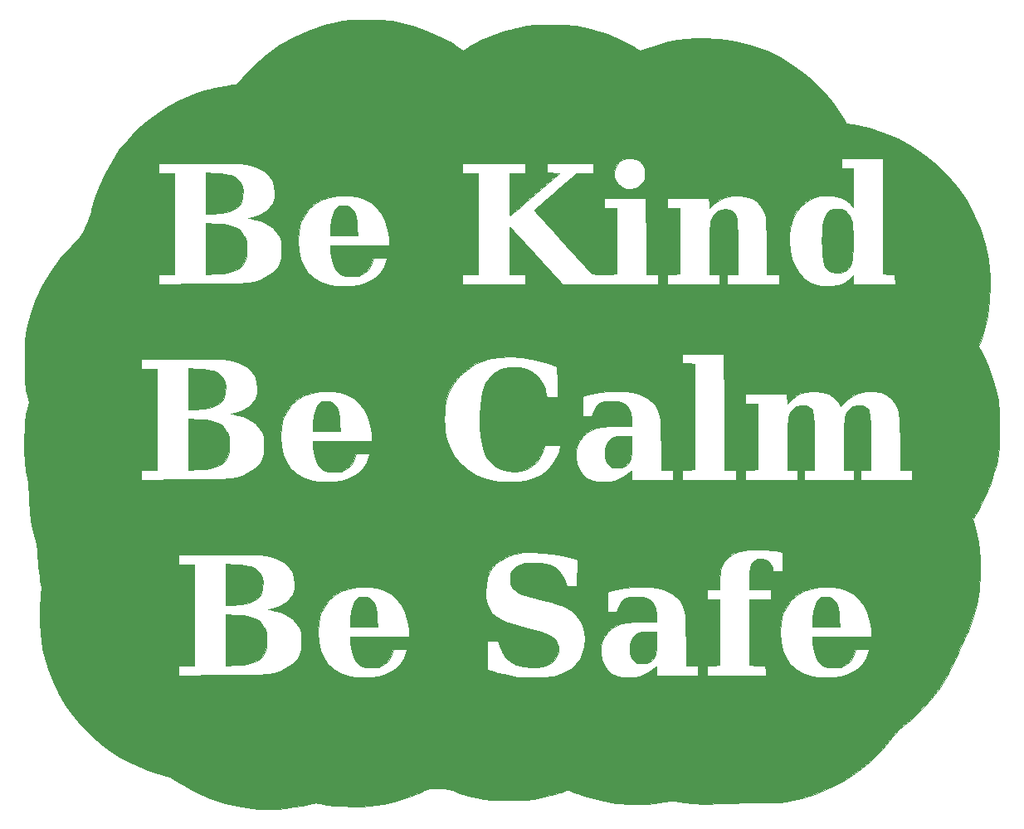
<source format=gbr>
%TF.GenerationSoftware,KiCad,Pcbnew,5.1.7-a382d34a8~88~ubuntu20.04.1*%
%TF.CreationDate,2021-01-12T19:29:10-08:00*%
%TF.ProjectId,kindcalmsafe,6b696e64-6361-46c6-9d73-6166652e6b69,rev?*%
%TF.SameCoordinates,Original*%
%TF.FileFunction,Copper,L1,Top*%
%TF.FilePolarity,Positive*%
%FSLAX46Y46*%
G04 Gerber Fmt 4.6, Leading zero omitted, Abs format (unit mm)*
G04 Created by KiCad (PCBNEW 5.1.7-a382d34a8~88~ubuntu20.04.1) date 2021-01-12 19:29:10*
%MOMM*%
%LPD*%
G01*
G04 APERTURE LIST*
%TA.AperFunction,EtchedComponent*%
%ADD10C,0.010000*%
%TD*%
G04 APERTURE END LIST*
D10*
%TO.C,H2*%
G36*
X86064777Y-53143736D02*
G01*
X86596170Y-53148456D01*
X87020123Y-53159036D01*
X87367579Y-53177697D01*
X87669482Y-53206660D01*
X87956775Y-53248144D01*
X88260402Y-53304370D01*
X88582369Y-53371370D01*
X90010486Y-53738724D01*
X91409981Y-54219667D01*
X92743019Y-54798795D01*
X93971769Y-55460702D01*
X94447257Y-55759428D01*
X95179353Y-56241550D01*
X95578843Y-55985555D01*
X95977375Y-55752636D01*
X96491911Y-55484962D01*
X97078313Y-55202797D01*
X97692440Y-54926409D01*
X98290153Y-54676063D01*
X98827312Y-54472025D01*
X99013964Y-54408364D01*
X99488419Y-54264162D01*
X100050031Y-54109926D01*
X100619508Y-53966736D01*
X101003630Y-53879370D01*
X101349870Y-53807544D01*
X101651176Y-53752513D01*
X101938493Y-53712055D01*
X102242764Y-53683951D01*
X102594933Y-53665979D01*
X103025942Y-53655921D01*
X103566737Y-53651554D01*
X104191000Y-53650656D01*
X104860777Y-53651736D01*
X105392170Y-53656456D01*
X105816123Y-53667036D01*
X106163579Y-53685697D01*
X106465482Y-53714660D01*
X106752775Y-53756144D01*
X107056402Y-53812370D01*
X107378369Y-53879370D01*
X107901794Y-54000475D01*
X108476749Y-54148419D01*
X109023942Y-54302118D01*
X109368036Y-54408364D01*
X109874223Y-54590363D01*
X110458262Y-54827059D01*
X111075711Y-55098025D01*
X111682129Y-55382835D01*
X112233076Y-55661061D01*
X112684110Y-55912277D01*
X112812635Y-55991637D01*
X113221604Y-56253715D01*
X114294302Y-55903296D01*
X115300975Y-55593815D01*
X116210683Y-55360177D01*
X117073462Y-55194176D01*
X117939348Y-55087608D01*
X118858379Y-55032267D01*
X119685000Y-55019359D01*
X121380964Y-55099179D01*
X123022649Y-55339202D01*
X124613038Y-55740273D01*
X126155114Y-56303239D01*
X127651862Y-57028946D01*
X128481749Y-57513184D01*
X129597598Y-58282497D01*
X130684651Y-59180448D01*
X131713005Y-60176509D01*
X132652755Y-61240153D01*
X133473996Y-62340855D01*
X133949229Y-63094476D01*
X134324296Y-63738619D01*
X135005648Y-63839661D01*
X136543972Y-64152027D01*
X138052054Y-64623452D01*
X139515511Y-65244406D01*
X140919961Y-66005361D01*
X142251024Y-66896785D01*
X143494317Y-67909151D01*
X144635458Y-69032927D01*
X145660064Y-70258584D01*
X146466149Y-71433584D01*
X147284531Y-72905950D01*
X147939694Y-74421951D01*
X148432482Y-75984573D01*
X148763741Y-77596799D01*
X148934318Y-79261612D01*
X148959974Y-80230333D01*
X148890593Y-81812943D01*
X148685254Y-83349272D01*
X148348164Y-84814788D01*
X147982780Y-85929513D01*
X147781618Y-86464026D01*
X148141319Y-87157180D01*
X148780446Y-88553202D01*
X149298803Y-90033830D01*
X149680074Y-91550386D01*
X149763930Y-91997242D01*
X149818038Y-92418522D01*
X149860578Y-92966344D01*
X149891319Y-93605141D01*
X149910036Y-94299346D01*
X149916498Y-95013392D01*
X149910479Y-95711713D01*
X149891749Y-96358743D01*
X149860081Y-96918914D01*
X149815247Y-97356661D01*
X149798983Y-97460000D01*
X149673317Y-98081323D01*
X149506293Y-98776371D01*
X149313960Y-99486222D01*
X149112366Y-100151953D01*
X148917562Y-100714642D01*
X148899962Y-100760676D01*
X148716082Y-101203172D01*
X148479045Y-101724946D01*
X148211676Y-102279961D01*
X147936800Y-102822178D01*
X147677244Y-103305562D01*
X147455833Y-103684073D01*
X147431366Y-103722671D01*
X147188600Y-104101010D01*
X147417815Y-104955410D01*
X147744788Y-106488814D01*
X147921480Y-108073219D01*
X147947903Y-109681622D01*
X147824069Y-111287015D01*
X147549992Y-112862392D01*
X147413837Y-113419667D01*
X147256786Y-113987967D01*
X147096950Y-114501327D01*
X146918591Y-115001386D01*
X146705970Y-115529785D01*
X146443349Y-116128164D01*
X146149805Y-116764000D01*
X145920382Y-117257460D01*
X145686301Y-117768006D01*
X145470775Y-118244559D01*
X145297015Y-118636042D01*
X145252880Y-118737662D01*
X144623468Y-120010653D01*
X143847557Y-121263411D01*
X142947768Y-122467162D01*
X141946719Y-123593128D01*
X140867030Y-124612533D01*
X140223365Y-125136207D01*
X139641668Y-125623127D01*
X139175531Y-126109628D01*
X138947175Y-126399589D01*
X137903874Y-127678545D01*
X136743627Y-128837563D01*
X135473145Y-129872392D01*
X134099138Y-130778779D01*
X132628318Y-131552471D01*
X131067395Y-132189215D01*
X129423079Y-132684759D01*
X128799036Y-132830577D01*
X128488053Y-132896370D01*
X128215862Y-132948407D01*
X127956836Y-132988345D01*
X127685348Y-133017844D01*
X127375773Y-133038563D01*
X127002483Y-133052158D01*
X126539853Y-133060289D01*
X125962256Y-133064615D01*
X125244066Y-133066793D01*
X125146000Y-133066992D01*
X124427208Y-133072147D01*
X123697489Y-133084133D01*
X122992368Y-133101881D01*
X122347370Y-133124321D01*
X121798020Y-133150383D01*
X121379842Y-133178996D01*
X121355075Y-133181186D01*
X119951484Y-133235957D01*
X118486062Y-133155979D01*
X117187472Y-132977691D01*
X116797123Y-132916580D01*
X116490120Y-132894426D01*
X116187158Y-132911180D01*
X115808934Y-132966794D01*
X115750384Y-132976827D01*
X114059049Y-133189381D01*
X112396516Y-133235914D01*
X110755436Y-133115832D01*
X109128457Y-132828543D01*
X107508228Y-132373455D01*
X107272545Y-132293198D01*
X106887815Y-132155722D01*
X106540712Y-132025287D01*
X106276241Y-131919154D01*
X106161325Y-131866998D01*
X106045808Y-131818116D01*
X105921446Y-131802428D01*
X105752546Y-131825559D01*
X105503414Y-131893139D01*
X105138357Y-132010795D01*
X105038932Y-132043962D01*
X104580586Y-132185835D01*
X104032154Y-132338272D01*
X103470013Y-132480786D01*
X103069670Y-132572196D01*
X102724827Y-132643869D01*
X102425365Y-132698974D01*
X102140898Y-132739676D01*
X101841036Y-132768141D01*
X101495393Y-132786531D01*
X101073580Y-132797013D01*
X100545211Y-132801750D01*
X99879896Y-132802907D01*
X99830667Y-132802910D01*
X99155765Y-132801929D01*
X98619747Y-132797532D01*
X98192168Y-132787540D01*
X97842584Y-132769771D01*
X97540550Y-132742047D01*
X97255621Y-132702187D01*
X96957351Y-132648010D01*
X96615298Y-132577337D01*
X96582252Y-132570291D01*
X96046095Y-132443257D01*
X95449967Y-132282041D01*
X94876162Y-132109800D01*
X94507919Y-131986586D01*
X94047013Y-131828363D01*
X93683460Y-131722848D01*
X93358231Y-131657797D01*
X93012297Y-131620967D01*
X92657191Y-131602676D01*
X92262490Y-131590095D01*
X91978826Y-131595425D01*
X91748034Y-131629871D01*
X91511952Y-131704635D01*
X91212415Y-131830919D01*
X91016804Y-131918626D01*
X89686026Y-132465054D01*
X88388899Y-132885075D01*
X87068913Y-133195617D01*
X86326333Y-133323809D01*
X85585035Y-133408295D01*
X84751302Y-133454655D01*
X83865738Y-133464347D01*
X82968948Y-133438832D01*
X82101535Y-133379570D01*
X81304104Y-133288018D01*
X80617257Y-133165637D01*
X80390317Y-133110452D01*
X80167514Y-133088936D01*
X79853832Y-133127367D01*
X79417290Y-133229685D01*
X79412538Y-133230953D01*
X78721907Y-133387544D01*
X77925319Y-133522240D01*
X77071204Y-133630320D01*
X76207991Y-133707062D01*
X75384111Y-133747747D01*
X74647992Y-133747653D01*
X74303667Y-133728956D01*
X72582046Y-133511913D01*
X70920900Y-133140461D01*
X69326423Y-132616705D01*
X67804813Y-131942750D01*
X66362263Y-131120698D01*
X66079526Y-130935855D01*
X65631008Y-130650785D01*
X65255273Y-130450741D01*
X64897627Y-130309291D01*
X64612399Y-130226783D01*
X62998240Y-129729017D01*
X61454625Y-129080814D01*
X59990836Y-128288772D01*
X58616158Y-127359491D01*
X57339871Y-126299568D01*
X56171259Y-125115603D01*
X55119604Y-123814194D01*
X54660865Y-123152452D01*
X53980616Y-122000595D01*
X53372716Y-120731760D01*
X52854824Y-119389227D01*
X52444596Y-118016275D01*
X52284516Y-117327825D01*
X52159609Y-116577837D01*
X52069004Y-115710489D01*
X52014714Y-114774651D01*
X51998747Y-113819189D01*
X52023116Y-112892969D01*
X52073544Y-112200362D01*
X52116741Y-111714335D01*
X52135719Y-111339872D01*
X52129393Y-111020793D01*
X52096680Y-110700915D01*
X52037416Y-110329333D01*
X51981188Y-109957822D01*
X51919879Y-109469455D01*
X51859387Y-108916353D01*
X51840785Y-108720667D01*
X66133333Y-108720667D01*
X67742000Y-108720667D01*
X67742000Y-119050000D01*
X66133333Y-119050000D01*
X66133333Y-120076692D01*
X70641833Y-120044342D01*
X71635577Y-120036945D01*
X72475589Y-120029765D01*
X73177470Y-120022153D01*
X73756820Y-120013465D01*
X74229238Y-120003053D01*
X74610325Y-119990272D01*
X74915680Y-119974476D01*
X75160903Y-119955018D01*
X75361595Y-119931252D01*
X75533355Y-119902533D01*
X75691783Y-119868213D01*
X75848599Y-119828666D01*
X76673867Y-119558044D01*
X77352016Y-119215463D01*
X77892046Y-118794543D01*
X78302957Y-118288905D01*
X78482139Y-117961861D01*
X78583838Y-117727012D01*
X78649397Y-117512046D01*
X78686522Y-117268502D01*
X78702922Y-116947917D01*
X78706333Y-116552333D01*
X78702613Y-116127261D01*
X78686400Y-115825746D01*
X78660050Y-115663333D01*
X80360273Y-115663333D01*
X80427229Y-116620771D01*
X80625195Y-117481779D01*
X80949819Y-118240390D01*
X81396751Y-118890638D01*
X81961638Y-119426555D01*
X82640130Y-119842174D01*
X83427874Y-120131528D01*
X83659333Y-120187361D01*
X84153159Y-120261364D01*
X84748212Y-120300579D01*
X85380290Y-120304850D01*
X85985192Y-120274020D01*
X86498716Y-120207932D01*
X86566346Y-120194450D01*
X87341905Y-119966783D01*
X87998225Y-119633819D01*
X88484805Y-119253967D01*
X88828205Y-118858459D01*
X89137112Y-118368778D01*
X89369388Y-117857582D01*
X89450165Y-117589500D01*
X89504559Y-117356667D01*
X88075454Y-117356667D01*
X88016061Y-117631833D01*
X87839296Y-118120605D01*
X87545715Y-118570330D01*
X87170071Y-118940164D01*
X86747115Y-119189263D01*
X86665475Y-119219176D01*
X86371691Y-119274893D01*
X85961954Y-119295229D01*
X85645148Y-119287259D01*
X85249211Y-119255958D01*
X84971123Y-119203490D01*
X84759638Y-119117703D01*
X84653271Y-119052000D01*
X84322274Y-118762006D01*
X84067847Y-118388001D01*
X83881119Y-117908766D01*
X83753219Y-117303081D01*
X83690145Y-116748062D01*
X83634987Y-116086667D01*
X89695818Y-116086667D01*
X89645647Y-115388167D01*
X89515144Y-114486334D01*
X89263640Y-113659415D01*
X88899996Y-112924814D01*
X88433075Y-112299933D01*
X87871736Y-111802175D01*
X87791813Y-111747395D01*
X87303935Y-111484411D01*
X97459175Y-111484411D01*
X97508406Y-112169147D01*
X97575092Y-112488333D01*
X97726804Y-112956802D01*
X97923364Y-113362127D01*
X98180409Y-113714746D01*
X98513578Y-114025099D01*
X98938512Y-114303624D01*
X99470847Y-114560760D01*
X100126224Y-114806946D01*
X100920281Y-115052622D01*
X101756389Y-115279324D01*
X102510593Y-115480425D01*
X103117519Y-115656966D01*
X103596195Y-115816275D01*
X103965645Y-115965681D01*
X104244897Y-116112511D01*
X104452976Y-116264093D01*
X104545193Y-116353452D01*
X104789372Y-116732679D01*
X104904359Y-117176739D01*
X104895035Y-117647027D01*
X104766275Y-118104939D01*
X104522959Y-118511869D01*
X104238248Y-118782706D01*
X103828328Y-119012823D01*
X103332191Y-119163175D01*
X102723819Y-119239764D01*
X102201333Y-119252601D01*
X101353768Y-119184943D01*
X100623076Y-118994802D01*
X100009089Y-118682069D01*
X99511639Y-118246635D01*
X99130558Y-117688391D01*
X98891814Y-117097038D01*
X98713507Y-116510000D01*
X97625426Y-116510000D01*
X97648546Y-118009305D01*
X97671667Y-119508611D01*
X98306667Y-119702917D01*
X98703509Y-119811353D01*
X99210217Y-119931188D01*
X99768955Y-120050385D01*
X100321885Y-120156905D01*
X100811170Y-120238710D01*
X101016000Y-120266844D01*
X101200696Y-120277700D01*
X101518324Y-120284078D01*
X101932535Y-120285739D01*
X102406981Y-120282445D01*
X102709333Y-120277921D01*
X103292496Y-120263051D01*
X103744956Y-120239721D01*
X104105282Y-120203958D01*
X104412045Y-120151788D01*
X104703814Y-120079239D01*
X104740731Y-120068662D01*
X105548061Y-119775761D01*
X106209952Y-119403261D01*
X106734794Y-118942338D01*
X107130980Y-118384170D01*
X107406903Y-117719934D01*
X107525332Y-117203693D01*
X109244888Y-117203693D01*
X109245837Y-117723958D01*
X109345263Y-118438729D01*
X109562597Y-119034413D01*
X109903299Y-119518528D01*
X110372831Y-119898595D01*
X110976652Y-120182131D01*
X111049000Y-120206919D01*
X111359237Y-120266925D01*
X111779931Y-120291234D01*
X112256539Y-120282201D01*
X112734515Y-120242183D01*
X113159315Y-120173535D01*
X113409469Y-120104942D01*
X113685939Y-119977883D01*
X114021775Y-119782981D01*
X114346631Y-119561241D01*
X114361969Y-119549697D01*
X114901333Y-119141454D01*
X114901333Y-120066000D01*
X119134667Y-120066000D01*
X120057549Y-120066000D01*
X126085784Y-120066000D01*
X126060392Y-119579167D01*
X126035000Y-119092333D01*
X125209500Y-119068101D01*
X124384000Y-119043868D01*
X124384000Y-115663333D01*
X127519607Y-115663333D01*
X127586562Y-116620771D01*
X127784528Y-117481779D01*
X128109152Y-118240390D01*
X128556084Y-118890638D01*
X129120971Y-119426555D01*
X129799463Y-119842174D01*
X130587208Y-120131528D01*
X130818667Y-120187361D01*
X131312492Y-120261364D01*
X131907545Y-120300579D01*
X132539623Y-120304850D01*
X133144525Y-120274020D01*
X133658049Y-120207932D01*
X133725679Y-120194450D01*
X134501239Y-119966783D01*
X135157559Y-119633819D01*
X135644139Y-119253967D01*
X135987538Y-118858459D01*
X136296446Y-118368778D01*
X136528722Y-117857582D01*
X136609499Y-117589500D01*
X136663893Y-117356667D01*
X135234788Y-117356667D01*
X135175395Y-117631833D01*
X134998629Y-118120605D01*
X134705049Y-118570330D01*
X134329405Y-118940164D01*
X133906448Y-119189263D01*
X133824809Y-119219176D01*
X133531024Y-119274893D01*
X133121288Y-119295229D01*
X132804481Y-119287259D01*
X132408545Y-119255958D01*
X132130456Y-119203490D01*
X131918971Y-119117703D01*
X131812604Y-119052000D01*
X131481607Y-118762006D01*
X131227180Y-118388001D01*
X131040452Y-117908766D01*
X130912552Y-117303081D01*
X130849479Y-116748062D01*
X130794320Y-116086667D01*
X136855151Y-116086667D01*
X136804981Y-115388167D01*
X136674478Y-114486334D01*
X136422973Y-113659415D01*
X136059330Y-112924814D01*
X135592408Y-112299933D01*
X135031070Y-111802175D01*
X134951146Y-111747395D01*
X134302110Y-111397541D01*
X133577136Y-111165958D01*
X132747960Y-111044043D01*
X132608258Y-111034408D01*
X131620716Y-111044143D01*
X130723135Y-111192222D01*
X129922193Y-111472571D01*
X129224570Y-111879115D01*
X128636944Y-112405778D01*
X128165993Y-113046485D01*
X127818395Y-113795162D01*
X127600830Y-114645734D01*
X127519974Y-115592124D01*
X127519607Y-115663333D01*
X124384000Y-115663333D01*
X124384000Y-112276667D01*
X126585333Y-112276667D01*
X126585333Y-111260667D01*
X124384000Y-111260667D01*
X124384000Y-110241947D01*
X124403033Y-109601158D01*
X124465702Y-109106239D01*
X124580363Y-108737443D01*
X124755369Y-108475023D01*
X124999075Y-108299234D01*
X125244112Y-108209046D01*
X125672012Y-108167646D01*
X126068605Y-108263277D01*
X126400398Y-108476391D01*
X126633901Y-108787442D01*
X126724334Y-109072970D01*
X126776309Y-109398000D01*
X127770667Y-109398000D01*
X127770667Y-107474620D01*
X127114500Y-107356810D01*
X126647011Y-107294087D01*
X126095150Y-107253610D01*
X125498443Y-107234930D01*
X124896417Y-107237598D01*
X124328600Y-107261168D01*
X123834520Y-107305191D01*
X123453702Y-107369219D01*
X123344325Y-107399545D01*
X122731364Y-107673778D01*
X122208100Y-108055041D01*
X121798560Y-108520753D01*
X121526771Y-109048331D01*
X121498454Y-109134406D01*
X121455025Y-109348111D01*
X121412514Y-109679212D01*
X121376836Y-110075846D01*
X121359794Y-110350500D01*
X121314249Y-111260667D01*
X120066000Y-111260667D01*
X120066000Y-112276667D01*
X121336000Y-112276667D01*
X121336000Y-119042581D01*
X120722167Y-119067457D01*
X120108333Y-119092333D01*
X120082941Y-119579167D01*
X120057549Y-120066000D01*
X119134667Y-120066000D01*
X119134667Y-119050000D01*
X117970012Y-119050000D01*
X117927591Y-116446500D01*
X117912446Y-115627177D01*
X117894267Y-114956080D01*
X117869924Y-114412102D01*
X117836284Y-113974133D01*
X117790217Y-113621069D01*
X117728592Y-113331799D01*
X117648278Y-113085218D01*
X117546143Y-112860217D01*
X117419056Y-112635689D01*
X117344537Y-112515997D01*
X117034536Y-112116407D01*
X116642907Y-111787924D01*
X116195165Y-111526522D01*
X115641782Y-111311719D01*
X114963288Y-111156292D01*
X114193413Y-111060939D01*
X113365886Y-111026357D01*
X112514439Y-111053242D01*
X111672801Y-111142292D01*
X110874702Y-111294204D01*
X110456333Y-111407919D01*
X109948333Y-111563661D01*
X109924480Y-112555164D01*
X109900626Y-113546667D01*
X110814088Y-113546667D01*
X111082450Y-113001546D01*
X111299110Y-112618999D01*
X111532553Y-112353374D01*
X111820121Y-112182673D01*
X112199155Y-112084901D01*
X112707000Y-112038059D01*
X112719069Y-112037474D01*
X113385638Y-112055862D01*
X113924426Y-112183972D01*
X114340257Y-112426215D01*
X114637954Y-112787005D01*
X114822341Y-113270755D01*
X114898243Y-113881878D01*
X114900861Y-114033500D01*
X114901333Y-114562667D01*
X113610167Y-114564137D01*
X112709478Y-114588421D01*
X111952149Y-114662979D01*
X111318124Y-114793716D01*
X110787345Y-114986536D01*
X110339755Y-115247342D01*
X109955298Y-115582039D01*
X109881075Y-115661854D01*
X109546154Y-116119651D01*
X109337564Y-116622325D01*
X109244888Y-117203693D01*
X107525332Y-117203693D01*
X107544238Y-117121283D01*
X107598862Y-116379512D01*
X107527432Y-115644960D01*
X107339514Y-114950558D01*
X107044673Y-114329234D01*
X106652475Y-113813918D01*
X106556235Y-113720033D01*
X106240389Y-113466364D01*
X105860325Y-113235504D01*
X105395164Y-113018809D01*
X104824028Y-112807637D01*
X104126036Y-112593342D01*
X103302000Y-112372784D01*
X102464922Y-112154567D01*
X101779178Y-111959680D01*
X101230008Y-111778479D01*
X100802654Y-111601323D01*
X100482357Y-111418571D01*
X100254358Y-111220581D01*
X100103898Y-110997710D01*
X100016218Y-110740316D01*
X99976558Y-110438759D01*
X99969465Y-110195680D01*
X100020487Y-109702154D01*
X100187803Y-109318450D01*
X100488838Y-109016916D01*
X100839167Y-108815559D01*
X101049733Y-108723088D01*
X101242361Y-108660493D01*
X101457829Y-108622025D01*
X101736915Y-108601935D01*
X102120397Y-108594474D01*
X102413000Y-108593667D01*
X103062346Y-108609375D01*
X103578962Y-108661621D01*
X103996975Y-108758086D01*
X104350510Y-108906451D01*
X104650828Y-109097359D01*
X105042445Y-109475038D01*
X105370679Y-109965181D01*
X105588955Y-110481814D01*
X105738249Y-110964333D01*
X106815667Y-110964333D01*
X106862131Y-108225883D01*
X106373232Y-108083649D01*
X105369721Y-107832172D01*
X104336522Y-107647953D01*
X103308015Y-107533422D01*
X102318578Y-107491010D01*
X101402592Y-107523148D01*
X100594437Y-107632265D01*
X100444499Y-107664526D01*
X99765169Y-107885187D01*
X99131270Y-108212094D01*
X98575568Y-108622103D01*
X98130831Y-109092070D01*
X97890642Y-109468341D01*
X97656651Y-110073164D01*
X97510709Y-110765469D01*
X97459175Y-111484411D01*
X87303935Y-111484411D01*
X87142777Y-111397541D01*
X86417803Y-111165958D01*
X85588627Y-111044043D01*
X85448925Y-111034408D01*
X84461382Y-111044143D01*
X83563801Y-111192222D01*
X82762860Y-111472571D01*
X82065237Y-111879115D01*
X81477611Y-112405778D01*
X81006660Y-113046485D01*
X80659062Y-113795162D01*
X80441496Y-114645734D01*
X80360641Y-115592124D01*
X80360273Y-115663333D01*
X78660050Y-115663333D01*
X78650112Y-115602083D01*
X78586169Y-115410568D01*
X78486990Y-115205495D01*
X78481077Y-115194267D01*
X78186217Y-114759876D01*
X77789181Y-114343457D01*
X77350856Y-114005057D01*
X77169583Y-113900887D01*
X76851535Y-113761141D01*
X76462458Y-113621669D01*
X76058120Y-113499275D01*
X75694291Y-113410762D01*
X75426738Y-113372936D01*
X75416581Y-113372671D01*
X75327000Y-113357846D01*
X75389913Y-113317299D01*
X75610969Y-113248310D01*
X75755957Y-113209247D01*
X76490367Y-112964276D01*
X77072986Y-112650913D01*
X77509623Y-112262698D01*
X77806088Y-111793175D01*
X77968189Y-111235885D01*
X78004928Y-110709117D01*
X77928471Y-110009558D01*
X77712787Y-109403453D01*
X77356872Y-108889804D01*
X76859724Y-108467613D01*
X76220341Y-108135883D01*
X75437720Y-107893614D01*
X75108000Y-107825787D01*
X74902515Y-107796935D01*
X74622393Y-107772756D01*
X74254689Y-107752932D01*
X73786453Y-107737144D01*
X73204740Y-107725074D01*
X72496602Y-107716404D01*
X71649091Y-107710814D01*
X70649261Y-107707988D01*
X70303167Y-107707620D01*
X66133333Y-107704667D01*
X66133333Y-108720667D01*
X51840785Y-108720667D01*
X51805608Y-108350635D01*
X51783576Y-108085667D01*
X51715689Y-107361090D01*
X51635499Y-106744997D01*
X51546391Y-106261058D01*
X51492981Y-106053667D01*
X51254873Y-105152257D01*
X51085901Y-104251332D01*
X50978058Y-103296832D01*
X50923338Y-102234700D01*
X50922453Y-102201333D01*
X50897286Y-101508516D01*
X50857661Y-100927059D01*
X50797712Y-100399206D01*
X50711572Y-99867201D01*
X50655864Y-99576667D01*
X50583957Y-99205650D01*
X50528973Y-98883790D01*
X50488711Y-98579162D01*
X50460966Y-98259838D01*
X50443535Y-97893894D01*
X50434216Y-97449404D01*
X50430803Y-96894442D01*
X50430894Y-96317000D01*
X50433160Y-95642416D01*
X50439096Y-95106473D01*
X50450857Y-94678487D01*
X50470599Y-94327771D01*
X50500476Y-94023642D01*
X50542645Y-93735413D01*
X50599259Y-93432399D01*
X50650927Y-93184333D01*
X50867732Y-92168333D01*
X50655772Y-91194667D01*
X50590024Y-90880721D01*
X50539275Y-90598513D01*
X50501526Y-90318886D01*
X50474775Y-90012683D01*
X50457023Y-89650748D01*
X50446269Y-89203924D01*
X50441502Y-88739333D01*
X62323333Y-88739333D01*
X63932000Y-88739333D01*
X63932000Y-99068667D01*
X62323333Y-99068667D01*
X62323333Y-100095359D01*
X66831833Y-100063008D01*
X67825577Y-100055612D01*
X68665589Y-100048431D01*
X69367470Y-100040820D01*
X69946820Y-100032131D01*
X70419238Y-100021720D01*
X70800325Y-100008939D01*
X71105680Y-99993143D01*
X71350903Y-99973685D01*
X71551595Y-99949919D01*
X71723355Y-99921199D01*
X71881783Y-99886879D01*
X72038599Y-99847332D01*
X72863867Y-99576710D01*
X73542016Y-99234129D01*
X74082046Y-98813210D01*
X74492957Y-98307572D01*
X74672139Y-97980527D01*
X74773838Y-97745679D01*
X74839397Y-97530713D01*
X74876522Y-97287168D01*
X74892922Y-96966584D01*
X74896333Y-96571000D01*
X74892613Y-96145928D01*
X74876400Y-95844413D01*
X74850050Y-95682000D01*
X76550273Y-95682000D01*
X76617229Y-96639437D01*
X76815195Y-97500446D01*
X77139819Y-98259057D01*
X77586751Y-98909305D01*
X78151638Y-99445222D01*
X78830130Y-99860841D01*
X79617874Y-100150194D01*
X79849333Y-100206028D01*
X80343159Y-100280031D01*
X80938212Y-100319246D01*
X81570290Y-100323517D01*
X82175192Y-100292686D01*
X82688716Y-100226598D01*
X82756346Y-100213116D01*
X83531905Y-99985450D01*
X84188225Y-99652486D01*
X84674805Y-99272634D01*
X85018205Y-98877126D01*
X85327112Y-98387445D01*
X85559388Y-97876248D01*
X85640165Y-97608167D01*
X85694559Y-97375333D01*
X84265454Y-97375333D01*
X84206061Y-97650500D01*
X84029296Y-98139272D01*
X83735715Y-98588997D01*
X83360071Y-98958830D01*
X82937115Y-99207930D01*
X82855475Y-99237843D01*
X82561691Y-99293560D01*
X82151954Y-99313896D01*
X81835148Y-99305926D01*
X81439211Y-99274624D01*
X81161123Y-99222157D01*
X80949638Y-99136369D01*
X80843271Y-99070666D01*
X80512274Y-98780672D01*
X80257847Y-98406667D01*
X80071119Y-97927432D01*
X79943219Y-97321748D01*
X79880145Y-96766728D01*
X79824987Y-96105333D01*
X85885818Y-96105333D01*
X85835647Y-95406833D01*
X85705144Y-94505001D01*
X85500649Y-93832641D01*
X93269280Y-93832641D01*
X93284973Y-94505776D01*
X93334289Y-95137898D01*
X93416782Y-95677358D01*
X93461108Y-95863485D01*
X93805925Y-96822267D01*
X94283592Y-97679134D01*
X94887474Y-98428182D01*
X95610938Y-99063509D01*
X96447351Y-99579212D01*
X97390079Y-99969388D01*
X98349000Y-100213047D01*
X98893666Y-100284148D01*
X99537155Y-100320965D01*
X100215714Y-100323502D01*
X100865593Y-100291764D01*
X101423043Y-100225757D01*
X101495385Y-100212780D01*
X102358382Y-99971021D01*
X103123653Y-99594242D01*
X103784425Y-99087540D01*
X104333924Y-98456012D01*
X104731085Y-97778125D01*
X104888672Y-97430986D01*
X104974166Y-97222360D01*
X106704888Y-97222360D01*
X106705837Y-97742624D01*
X106805263Y-98457396D01*
X107022597Y-99053080D01*
X107363299Y-99537195D01*
X107832831Y-99917261D01*
X108436652Y-100200798D01*
X108509000Y-100225585D01*
X108819237Y-100285592D01*
X109239931Y-100309901D01*
X109716539Y-100300868D01*
X110194515Y-100260849D01*
X110619315Y-100192202D01*
X110869469Y-100123609D01*
X111145939Y-99996550D01*
X111481775Y-99801647D01*
X111806631Y-99579908D01*
X111821969Y-99568364D01*
X112361333Y-99160121D01*
X112361333Y-100084667D01*
X116594667Y-100084667D01*
X117517549Y-100084667D01*
X123029333Y-100084667D01*
X123029333Y-99068667D01*
X121845151Y-99068667D01*
X121820214Y-92295333D01*
X123952216Y-92295333D01*
X125230667Y-92295333D01*
X125230667Y-99061248D01*
X124616833Y-99086124D01*
X124003000Y-99111000D01*
X123977608Y-99597833D01*
X123952216Y-100084667D01*
X129294667Y-100084667D01*
X129294667Y-99068667D01*
X128278667Y-99068667D01*
X128278667Y-96544034D01*
X128280535Y-95721419D01*
X128288155Y-95049186D01*
X128304549Y-94508404D01*
X128332738Y-94080144D01*
X128375744Y-93745475D01*
X128436589Y-93485467D01*
X128518295Y-93281190D01*
X128623883Y-93113715D01*
X128756375Y-92964110D01*
X128866766Y-92859865D01*
X129235670Y-92615181D01*
X129646420Y-92486653D01*
X130056854Y-92477521D01*
X130424808Y-92591028D01*
X130614318Y-92725542D01*
X130710835Y-92836807D01*
X130789627Y-92982727D01*
X130852398Y-93180080D01*
X130900852Y-93445647D01*
X130936693Y-93796209D01*
X130961624Y-94248546D01*
X130977350Y-94819438D01*
X130985573Y-95525665D01*
X130987999Y-96384008D01*
X130988000Y-96405834D01*
X130988000Y-99068667D01*
X129972000Y-99068667D01*
X129972000Y-100084667D01*
X135052000Y-100084667D01*
X135052000Y-99068667D01*
X134036000Y-99068667D01*
X134036000Y-96544034D01*
X134037868Y-95721419D01*
X134045489Y-95049186D01*
X134061883Y-94508404D01*
X134090072Y-94080144D01*
X134133078Y-93745475D01*
X134193923Y-93485467D01*
X134275628Y-93281190D01*
X134381216Y-93113715D01*
X134513708Y-92964110D01*
X134624099Y-92859865D01*
X134993003Y-92615181D01*
X135403754Y-92486653D01*
X135814187Y-92477521D01*
X136182141Y-92591028D01*
X136371652Y-92725542D01*
X136468168Y-92836807D01*
X136546960Y-92982727D01*
X136609732Y-93180080D01*
X136658186Y-93445647D01*
X136694026Y-93796209D01*
X136718957Y-94248546D01*
X136734683Y-94819438D01*
X136742907Y-95525665D01*
X136745332Y-96384008D01*
X136745333Y-96405834D01*
X136745333Y-99068667D01*
X135729333Y-99068667D01*
X135729333Y-100084667D01*
X140978667Y-100084667D01*
X140978667Y-99068667D01*
X139814433Y-99068667D01*
X139772484Y-96295833D01*
X139760100Y-95525434D01*
X139747780Y-94903431D01*
X139734115Y-94408891D01*
X139717699Y-94020884D01*
X139697125Y-93718478D01*
X139670988Y-93480742D01*
X139637879Y-93286744D01*
X139596392Y-93115553D01*
X139547966Y-92955065D01*
X139266711Y-92315106D01*
X138876160Y-91804448D01*
X138376729Y-91423405D01*
X137768832Y-91172291D01*
X137052883Y-91051422D01*
X137035777Y-91050220D01*
X136274369Y-91057299D01*
X135602889Y-91196975D01*
X134994320Y-91479827D01*
X134421648Y-91916431D01*
X134157845Y-92177084D01*
X133729357Y-92630467D01*
X133438179Y-92189445D01*
X133020417Y-91703543D01*
X132497976Y-91348192D01*
X131877148Y-91126041D01*
X131164226Y-91039737D01*
X130734000Y-91051220D01*
X130132991Y-91127066D01*
X129643805Y-91269060D01*
X129215084Y-91498111D01*
X128795472Y-91835128D01*
X128785077Y-91844726D01*
X128287419Y-92305469D01*
X128236333Y-91321667D01*
X124003000Y-91321667D01*
X123952216Y-92295333D01*
X121820214Y-92295333D01*
X121801667Y-87257667D01*
X117568333Y-87257667D01*
X117568333Y-88189000D01*
X118182167Y-88213876D01*
X118796000Y-88238752D01*
X118796000Y-99061248D01*
X118182167Y-99086124D01*
X117568333Y-99111000D01*
X117542941Y-99597833D01*
X117517549Y-100084667D01*
X116594667Y-100084667D01*
X116594667Y-99068667D01*
X115430012Y-99068667D01*
X115387591Y-96465167D01*
X115372446Y-95645844D01*
X115354267Y-94974747D01*
X115329924Y-94430768D01*
X115296284Y-93992800D01*
X115250217Y-93639735D01*
X115188592Y-93350466D01*
X115108278Y-93103885D01*
X115006143Y-92878884D01*
X114879056Y-92654356D01*
X114804537Y-92534663D01*
X114494536Y-92135073D01*
X114102907Y-91806591D01*
X113655165Y-91545188D01*
X113101782Y-91330385D01*
X112423288Y-91174959D01*
X111653413Y-91079606D01*
X110825886Y-91045024D01*
X109974439Y-91071909D01*
X109132801Y-91160959D01*
X108334702Y-91312871D01*
X107916333Y-91426585D01*
X107408333Y-91582327D01*
X107384480Y-92573830D01*
X107360626Y-93565333D01*
X108274088Y-93565333D01*
X108542450Y-93020212D01*
X108759110Y-92637665D01*
X108992553Y-92372040D01*
X109280121Y-92201340D01*
X109659155Y-92103567D01*
X110167000Y-92056725D01*
X110179069Y-92056140D01*
X110845638Y-92074529D01*
X111384426Y-92202638D01*
X111800257Y-92444882D01*
X112097954Y-92805672D01*
X112282341Y-93289422D01*
X112358243Y-93900545D01*
X112360861Y-94052167D01*
X112361333Y-94581333D01*
X111070167Y-94582803D01*
X110169478Y-94607087D01*
X109412149Y-94681646D01*
X108778124Y-94812383D01*
X108247345Y-95005202D01*
X107799755Y-95266009D01*
X107415298Y-95600705D01*
X107341075Y-95680521D01*
X107006154Y-96138318D01*
X106797564Y-96640992D01*
X106704888Y-97222360D01*
X104974166Y-97222360D01*
X105020754Y-97108675D01*
X105106000Y-96864420D01*
X105121534Y-96803833D01*
X105178121Y-96528667D01*
X103498137Y-96528667D01*
X103390532Y-96888500D01*
X103102366Y-97611569D01*
X102708833Y-98219461D01*
X102219670Y-98700044D01*
X101672719Y-99028769D01*
X101069542Y-99216535D01*
X100406936Y-99281771D01*
X99730341Y-99229059D01*
X99085195Y-99062978D01*
X98516938Y-98788112D01*
X98384481Y-98697244D01*
X97943226Y-98295397D01*
X97582827Y-97796885D01*
X97300371Y-97191621D01*
X97092949Y-96469520D01*
X96957649Y-95620496D01*
X96891562Y-94634464D01*
X96891206Y-93523000D01*
X96931555Y-92618514D01*
X97006102Y-91857729D01*
X97121541Y-91217263D01*
X97284567Y-90673731D01*
X97501872Y-90203750D01*
X97780151Y-89783938D01*
X98052207Y-89467404D01*
X98452309Y-89101529D01*
X98872106Y-88847411D01*
X99354575Y-88686960D01*
X99942690Y-88602086D01*
X100138927Y-88589038D01*
X100944661Y-88614781D01*
X101656831Y-88781506D01*
X102273210Y-89087608D01*
X102791571Y-89531481D01*
X103209688Y-90111520D01*
X103525335Y-90826119D01*
X103605976Y-91088833D01*
X103753096Y-91618000D01*
X104829820Y-91618000D01*
X104806743Y-90072833D01*
X104783667Y-88527667D01*
X103855049Y-88208010D01*
X102510044Y-87814727D01*
X101214893Y-87577348D01*
X99972989Y-87496029D01*
X98787727Y-87570930D01*
X97662499Y-87802209D01*
X97333000Y-87903486D01*
X96397076Y-88299259D01*
X95563840Y-88826063D01*
X94842230Y-89474331D01*
X94241186Y-90234491D01*
X93769645Y-91096975D01*
X93436547Y-92052214D01*
X93428411Y-92083667D01*
X93340553Y-92569936D01*
X93287658Y-93170144D01*
X93269280Y-93832641D01*
X85500649Y-93832641D01*
X85453640Y-93678082D01*
X85089996Y-92943481D01*
X84623075Y-92318599D01*
X84061736Y-91820842D01*
X83981813Y-91766062D01*
X83332777Y-91416208D01*
X82607803Y-91184624D01*
X81778627Y-91062710D01*
X81638925Y-91053075D01*
X80651382Y-91062810D01*
X79753801Y-91210889D01*
X78952860Y-91491238D01*
X78255237Y-91897781D01*
X77667611Y-92424444D01*
X77196660Y-93065152D01*
X76849062Y-93813829D01*
X76631496Y-94664400D01*
X76550641Y-95610791D01*
X76550273Y-95682000D01*
X74850050Y-95682000D01*
X74840112Y-95620750D01*
X74776169Y-95429235D01*
X74676990Y-95224162D01*
X74671077Y-95212934D01*
X74376217Y-94778543D01*
X73979181Y-94362124D01*
X73540856Y-94023724D01*
X73359583Y-93919553D01*
X73041535Y-93779808D01*
X72652458Y-93640336D01*
X72248120Y-93517942D01*
X71884291Y-93429429D01*
X71616738Y-93391603D01*
X71606581Y-93391338D01*
X71517000Y-93376513D01*
X71579913Y-93335966D01*
X71800969Y-93266976D01*
X71945957Y-93227914D01*
X72680367Y-92982943D01*
X73262986Y-92669580D01*
X73699623Y-92281365D01*
X73996088Y-91811842D01*
X74158189Y-91254551D01*
X74194928Y-90727784D01*
X74118471Y-90028225D01*
X73902787Y-89422120D01*
X73546872Y-88908471D01*
X73049724Y-88486280D01*
X72410341Y-88154549D01*
X71627720Y-87912281D01*
X71298000Y-87844454D01*
X71092515Y-87815601D01*
X70812393Y-87791423D01*
X70444689Y-87771598D01*
X69976453Y-87755810D01*
X69394740Y-87743741D01*
X68686602Y-87735070D01*
X67839091Y-87729481D01*
X66839261Y-87726654D01*
X66493167Y-87726287D01*
X62323333Y-87723333D01*
X62323333Y-88739333D01*
X50441502Y-88739333D01*
X50440513Y-88643054D01*
X50437961Y-88019667D01*
X50437031Y-87339962D01*
X50439636Y-86799913D01*
X50447814Y-86369846D01*
X50463602Y-86020089D01*
X50489038Y-85720971D01*
X50526161Y-85442818D01*
X50577007Y-85155960D01*
X50643615Y-84830724D01*
X50663314Y-84738330D01*
X51077861Y-83132967D01*
X51616205Y-81628114D01*
X52287234Y-80207203D01*
X53099832Y-78853665D01*
X54062888Y-77550932D01*
X55185287Y-76282435D01*
X55215483Y-76251000D01*
X55584942Y-75863680D01*
X55861339Y-75559890D01*
X56070877Y-75302955D01*
X56239763Y-75056202D01*
X56394199Y-74782956D01*
X56560391Y-74446542D01*
X56667375Y-74219000D01*
X56884045Y-73722347D01*
X57076860Y-73220428D01*
X57224680Y-72770885D01*
X57288460Y-72525667D01*
X57618367Y-71309166D01*
X58080898Y-70056094D01*
X58657036Y-68805235D01*
X58683222Y-68758000D01*
X64101333Y-68758000D01*
X65710000Y-68758000D01*
X65710000Y-79087333D01*
X64101333Y-79087333D01*
X64101333Y-80114025D01*
X68609833Y-80081675D01*
X69603577Y-80074279D01*
X70443589Y-80067098D01*
X71145470Y-80059486D01*
X71724820Y-80050798D01*
X72197238Y-80040386D01*
X72578325Y-80027606D01*
X72883680Y-80011809D01*
X73128903Y-79992351D01*
X73329595Y-79968586D01*
X73501355Y-79939866D01*
X73659783Y-79905546D01*
X73816599Y-79865999D01*
X74641867Y-79595377D01*
X75320016Y-79252796D01*
X75860046Y-78831876D01*
X76270957Y-78326239D01*
X76450139Y-77999194D01*
X76551838Y-77764346D01*
X76617397Y-77549380D01*
X76654522Y-77305835D01*
X76670922Y-76985250D01*
X76674333Y-76589667D01*
X76670613Y-76164594D01*
X76654400Y-75863080D01*
X76628050Y-75700667D01*
X78328273Y-75700667D01*
X78395229Y-76658104D01*
X78593195Y-77519112D01*
X78917819Y-78277724D01*
X79364751Y-78927972D01*
X79929638Y-79463889D01*
X80608130Y-79879507D01*
X81395874Y-80168861D01*
X81627333Y-80224694D01*
X82121159Y-80298698D01*
X82716212Y-80337913D01*
X83348290Y-80342183D01*
X83953192Y-80311353D01*
X84466716Y-80245265D01*
X84534346Y-80231783D01*
X85309905Y-80004116D01*
X85966225Y-79671153D01*
X86452805Y-79291301D01*
X86796205Y-78895792D01*
X87105112Y-78406112D01*
X87337388Y-77894915D01*
X87418165Y-77626833D01*
X87472559Y-77394000D01*
X86043454Y-77394000D01*
X85984061Y-77669167D01*
X85807296Y-78157939D01*
X85513715Y-78607663D01*
X85138071Y-78977497D01*
X84715115Y-79226597D01*
X84633475Y-79256510D01*
X84339691Y-79312226D01*
X83929954Y-79332562D01*
X83613148Y-79324593D01*
X83217211Y-79293291D01*
X82939123Y-79240823D01*
X82727638Y-79155036D01*
X82621271Y-79089333D01*
X82290274Y-78799339D01*
X82035847Y-78425334D01*
X81849119Y-77946099D01*
X81721219Y-77340415D01*
X81658145Y-76785395D01*
X81602987Y-76124000D01*
X87663818Y-76124000D01*
X87613647Y-75425500D01*
X87483144Y-74523667D01*
X87231640Y-73696749D01*
X86867996Y-72962147D01*
X86401075Y-72337266D01*
X85839736Y-71839509D01*
X85759813Y-71784729D01*
X85110777Y-71434875D01*
X84385803Y-71203291D01*
X83556627Y-71081377D01*
X83416925Y-71071742D01*
X82429382Y-71081476D01*
X81531801Y-71229556D01*
X80730860Y-71509905D01*
X80033237Y-71916448D01*
X79445611Y-72443111D01*
X78974660Y-73083819D01*
X78627062Y-73832496D01*
X78409496Y-74683067D01*
X78328641Y-75629457D01*
X78328273Y-75700667D01*
X76628050Y-75700667D01*
X76618112Y-75639417D01*
X76554169Y-75447901D01*
X76454990Y-75242828D01*
X76449077Y-75231601D01*
X76154217Y-74797210D01*
X75757181Y-74380791D01*
X75318856Y-74042390D01*
X75137583Y-73938220D01*
X74819535Y-73798475D01*
X74430458Y-73659003D01*
X74026120Y-73536608D01*
X73662291Y-73448096D01*
X73394738Y-73410269D01*
X73384581Y-73410005D01*
X73295000Y-73395180D01*
X73357913Y-73354632D01*
X73578969Y-73285643D01*
X73723957Y-73246580D01*
X74458367Y-73001610D01*
X75040986Y-72688246D01*
X75477623Y-72300032D01*
X75774088Y-71830508D01*
X75936189Y-71273218D01*
X75972928Y-70746450D01*
X75896471Y-70046891D01*
X75680787Y-69440786D01*
X75324872Y-68927137D01*
X74827724Y-68504946D01*
X74188341Y-68173216D01*
X73405720Y-67930948D01*
X73076000Y-67863120D01*
X72870515Y-67834268D01*
X72590393Y-67810089D01*
X72222689Y-67790265D01*
X71754453Y-67774477D01*
X71172740Y-67762407D01*
X70464602Y-67753737D01*
X69617091Y-67748148D01*
X68617261Y-67745321D01*
X68271167Y-67744954D01*
X64101333Y-67742000D01*
X95089333Y-67742000D01*
X95089333Y-68758000D01*
X96698000Y-68758000D01*
X96698000Y-79087333D01*
X95089333Y-79087333D01*
X95089333Y-80103333D01*
X101524000Y-80103333D01*
X101524000Y-79087333D01*
X99915333Y-79087333D01*
X99915333Y-76674333D01*
X99916491Y-76054811D01*
X99919761Y-75494151D01*
X99924841Y-75013586D01*
X99931428Y-74634349D01*
X99939219Y-74377671D01*
X99947912Y-74264787D01*
X99949758Y-74261333D01*
X100012161Y-74321765D01*
X100177494Y-74494907D01*
X100434393Y-74768529D01*
X100771491Y-75130397D01*
X101177425Y-75568283D01*
X101640828Y-76069954D01*
X102150336Y-76623180D01*
X102663948Y-77182333D01*
X105343714Y-80103333D01*
X115070667Y-80103333D01*
X115070667Y-79087333D01*
X113887041Y-79087333D01*
X113865021Y-75213833D01*
X113848536Y-72314000D01*
X115993549Y-72314000D01*
X117272000Y-72314000D01*
X117272000Y-79079915D01*
X116658167Y-79104791D01*
X116044333Y-79129667D01*
X115993549Y-80103333D01*
X121336000Y-80103333D01*
X121336000Y-79087333D01*
X120320000Y-79087333D01*
X120320000Y-76605034D01*
X120322328Y-75788997D01*
X120331067Y-75122613D01*
X120348845Y-74586243D01*
X120378294Y-74160249D01*
X120422044Y-73824992D01*
X120482724Y-73560835D01*
X120562964Y-73348137D01*
X120665395Y-73167262D01*
X120792646Y-72998570D01*
X120804968Y-72983836D01*
X121131008Y-72702793D01*
X121517492Y-72533259D01*
X121928005Y-72474226D01*
X122326128Y-72524686D01*
X122675446Y-72683630D01*
X122939541Y-72950050D01*
X122993577Y-73044417D01*
X123037977Y-73145116D01*
X123073896Y-73262255D01*
X123102449Y-73414649D01*
X123124754Y-73621115D01*
X123141926Y-73900468D01*
X123155084Y-74271526D01*
X123165342Y-74753104D01*
X123173818Y-75364019D01*
X123181629Y-76123087D01*
X123182619Y-76229833D01*
X123208905Y-79087333D01*
X122098000Y-79087333D01*
X122098000Y-80103333D01*
X127432000Y-80103333D01*
X127432000Y-79087333D01*
X126172118Y-79087333D01*
X126144717Y-76187500D01*
X126139901Y-75700667D01*
X128450940Y-75700667D01*
X128514473Y-76671995D01*
X128702048Y-77547078D01*
X129009131Y-78318800D01*
X129431189Y-78980043D01*
X129963687Y-79523692D01*
X130602092Y-79942631D01*
X131335525Y-80227980D01*
X131790359Y-80311257D01*
X132320548Y-80340801D01*
X132868105Y-80319226D01*
X133375041Y-80249149D01*
X133783370Y-80133185D01*
X133824333Y-80115709D01*
X134136669Y-79940108D01*
X134460220Y-79704447D01*
X134607500Y-79573654D01*
X134967333Y-79221410D01*
X134967333Y-80103333D01*
X139293784Y-80103333D01*
X139243000Y-79129667D01*
X138629167Y-79104791D01*
X138015333Y-79079915D01*
X138015333Y-67234000D01*
X133782000Y-67234000D01*
X133782000Y-68250000D01*
X134967333Y-68250000D01*
X134967333Y-72229821D01*
X134655609Y-71884779D01*
X134184378Y-71488551D01*
X133601127Y-71216837D01*
X132910410Y-71071334D01*
X132401999Y-71045251D01*
X131584421Y-71122911D01*
X130845943Y-71345603D01*
X130193476Y-71705182D01*
X129633931Y-72193506D01*
X129174221Y-72802430D01*
X128821256Y-73523812D01*
X128581949Y-74349507D01*
X128463210Y-75271372D01*
X128450940Y-75700667D01*
X126139901Y-75700667D01*
X126137009Y-75408338D01*
X126129260Y-74778781D01*
X126120142Y-74279105D01*
X126108329Y-73889586D01*
X126092492Y-73590500D01*
X126071304Y-73362123D01*
X126043436Y-73184732D01*
X126007561Y-73038603D01*
X125962351Y-72904011D01*
X125915591Y-72783949D01*
X125590915Y-72179511D01*
X125153900Y-71700563D01*
X124610064Y-71351008D01*
X123964925Y-71134747D01*
X123487648Y-71067027D01*
X122689205Y-71074307D01*
X121961394Y-71218231D01*
X121319296Y-71493894D01*
X120777994Y-71896395D01*
X120701000Y-71973012D01*
X120362333Y-72323988D01*
X120320000Y-71832160D01*
X120277667Y-71340333D01*
X116044333Y-71340333D01*
X116018941Y-71827167D01*
X115993549Y-72314000D01*
X113848536Y-72314000D01*
X113843000Y-71340333D01*
X109609667Y-71340333D01*
X109584275Y-71827167D01*
X109558883Y-72314000D01*
X110837333Y-72314000D01*
X110837333Y-79073955D01*
X110223500Y-79101811D01*
X109800959Y-79110096D01*
X109325453Y-79103392D01*
X108972316Y-79087333D01*
X108334965Y-79045000D01*
X105405171Y-75870000D01*
X104835584Y-75251711D01*
X104301448Y-74669913D01*
X103813696Y-74136654D01*
X103383262Y-73663980D01*
X103021079Y-73263941D01*
X102738078Y-72948585D01*
X102545195Y-72729958D01*
X102453362Y-72620110D01*
X102447232Y-72610446D01*
X102502467Y-72537246D01*
X102672159Y-72367675D01*
X102941732Y-72115016D01*
X103296609Y-71792549D01*
X103722211Y-71413558D01*
X104203962Y-70991324D01*
X104607659Y-70641946D01*
X106796231Y-68758000D01*
X108466667Y-68758000D01*
X108466667Y-68630444D01*
X110604318Y-68630444D01*
X110623992Y-69119351D01*
X110780730Y-69555385D01*
X111048790Y-69921342D01*
X111402426Y-70200014D01*
X111815894Y-70374197D01*
X112263450Y-70426683D01*
X112719349Y-70340266D01*
X112980003Y-70218226D01*
X113189913Y-70059138D01*
X113418346Y-69834593D01*
X113495357Y-69744974D01*
X113639892Y-69547467D01*
X113719214Y-69365817D01*
X113752326Y-69135339D01*
X113758333Y-68849791D01*
X113746111Y-68505216D01*
X113697526Y-68258211D01*
X113594699Y-68038024D01*
X113525405Y-67927989D01*
X113199281Y-67568935D01*
X112806181Y-67342596D01*
X112374861Y-67242058D01*
X111934078Y-67260404D01*
X111512590Y-67390720D01*
X111139155Y-67626089D01*
X110842528Y-67959598D01*
X110651467Y-68384329D01*
X110604318Y-68630444D01*
X108466667Y-68630444D01*
X108466667Y-67739321D01*
X103767667Y-67784333D01*
X103742383Y-68267531D01*
X103717100Y-68750729D01*
X105026934Y-68800333D01*
X102619300Y-70867565D01*
X102069982Y-71339188D01*
X101556814Y-71779716D01*
X101095019Y-72176085D01*
X100699819Y-72515233D01*
X100386435Y-72784097D01*
X100170090Y-72969614D01*
X100066005Y-73058720D01*
X100063500Y-73060854D01*
X100018763Y-73090923D01*
X99984052Y-73083855D01*
X99958101Y-73021795D01*
X99939642Y-72886889D01*
X99927410Y-72661282D01*
X99920136Y-72327118D01*
X99916555Y-71866544D01*
X99915400Y-71261704D01*
X99915333Y-70972455D01*
X99915333Y-68758000D01*
X101524000Y-68758000D01*
X101524000Y-67742000D01*
X95089333Y-67742000D01*
X64101333Y-67742000D01*
X64101333Y-68758000D01*
X58683222Y-68758000D01*
X59327763Y-67595375D01*
X60074061Y-66465299D01*
X60589368Y-65793504D01*
X60938215Y-65391720D01*
X61375901Y-64925432D01*
X61861688Y-64434953D01*
X62354836Y-63960599D01*
X62814608Y-63542683D01*
X63142962Y-63266539D01*
X64083664Y-62583315D01*
X65140101Y-61930677D01*
X66258682Y-61337445D01*
X67385816Y-60832437D01*
X68279964Y-60504017D01*
X68734256Y-60366789D01*
X69257245Y-60226542D01*
X69810537Y-60091773D01*
X70355736Y-59970983D01*
X70854448Y-59872670D01*
X71268279Y-59805332D01*
X71558834Y-59777469D01*
X71562638Y-59777382D01*
X71777704Y-59762775D01*
X71953142Y-59713953D01*
X72122587Y-59608038D01*
X72319675Y-59422154D01*
X72578042Y-59133422D01*
X72674234Y-59021333D01*
X73851424Y-57765504D01*
X75113315Y-56655896D01*
X76461832Y-55691369D01*
X77898898Y-54870783D01*
X79426438Y-54192997D01*
X81046376Y-53656871D01*
X82207630Y-53371370D01*
X82553870Y-53299544D01*
X82855176Y-53244513D01*
X83142493Y-53204055D01*
X83446764Y-53175951D01*
X83798933Y-53157979D01*
X84229942Y-53147921D01*
X84770737Y-53143554D01*
X85395000Y-53142656D01*
X86064777Y-53143736D01*
G37*
X86064777Y-53143736D02*
X86596170Y-53148456D01*
X87020123Y-53159036D01*
X87367579Y-53177697D01*
X87669482Y-53206660D01*
X87956775Y-53248144D01*
X88260402Y-53304370D01*
X88582369Y-53371370D01*
X90010486Y-53738724D01*
X91409981Y-54219667D01*
X92743019Y-54798795D01*
X93971769Y-55460702D01*
X94447257Y-55759428D01*
X95179353Y-56241550D01*
X95578843Y-55985555D01*
X95977375Y-55752636D01*
X96491911Y-55484962D01*
X97078313Y-55202797D01*
X97692440Y-54926409D01*
X98290153Y-54676063D01*
X98827312Y-54472025D01*
X99013964Y-54408364D01*
X99488419Y-54264162D01*
X100050031Y-54109926D01*
X100619508Y-53966736D01*
X101003630Y-53879370D01*
X101349870Y-53807544D01*
X101651176Y-53752513D01*
X101938493Y-53712055D01*
X102242764Y-53683951D01*
X102594933Y-53665979D01*
X103025942Y-53655921D01*
X103566737Y-53651554D01*
X104191000Y-53650656D01*
X104860777Y-53651736D01*
X105392170Y-53656456D01*
X105816123Y-53667036D01*
X106163579Y-53685697D01*
X106465482Y-53714660D01*
X106752775Y-53756144D01*
X107056402Y-53812370D01*
X107378369Y-53879370D01*
X107901794Y-54000475D01*
X108476749Y-54148419D01*
X109023942Y-54302118D01*
X109368036Y-54408364D01*
X109874223Y-54590363D01*
X110458262Y-54827059D01*
X111075711Y-55098025D01*
X111682129Y-55382835D01*
X112233076Y-55661061D01*
X112684110Y-55912277D01*
X112812635Y-55991637D01*
X113221604Y-56253715D01*
X114294302Y-55903296D01*
X115300975Y-55593815D01*
X116210683Y-55360177D01*
X117073462Y-55194176D01*
X117939348Y-55087608D01*
X118858379Y-55032267D01*
X119685000Y-55019359D01*
X121380964Y-55099179D01*
X123022649Y-55339202D01*
X124613038Y-55740273D01*
X126155114Y-56303239D01*
X127651862Y-57028946D01*
X128481749Y-57513184D01*
X129597598Y-58282497D01*
X130684651Y-59180448D01*
X131713005Y-60176509D01*
X132652755Y-61240153D01*
X133473996Y-62340855D01*
X133949229Y-63094476D01*
X134324296Y-63738619D01*
X135005648Y-63839661D01*
X136543972Y-64152027D01*
X138052054Y-64623452D01*
X139515511Y-65244406D01*
X140919961Y-66005361D01*
X142251024Y-66896785D01*
X143494317Y-67909151D01*
X144635458Y-69032927D01*
X145660064Y-70258584D01*
X146466149Y-71433584D01*
X147284531Y-72905950D01*
X147939694Y-74421951D01*
X148432482Y-75984573D01*
X148763741Y-77596799D01*
X148934318Y-79261612D01*
X148959974Y-80230333D01*
X148890593Y-81812943D01*
X148685254Y-83349272D01*
X148348164Y-84814788D01*
X147982780Y-85929513D01*
X147781618Y-86464026D01*
X148141319Y-87157180D01*
X148780446Y-88553202D01*
X149298803Y-90033830D01*
X149680074Y-91550386D01*
X149763930Y-91997242D01*
X149818038Y-92418522D01*
X149860578Y-92966344D01*
X149891319Y-93605141D01*
X149910036Y-94299346D01*
X149916498Y-95013392D01*
X149910479Y-95711713D01*
X149891749Y-96358743D01*
X149860081Y-96918914D01*
X149815247Y-97356661D01*
X149798983Y-97460000D01*
X149673317Y-98081323D01*
X149506293Y-98776371D01*
X149313960Y-99486222D01*
X149112366Y-100151953D01*
X148917562Y-100714642D01*
X148899962Y-100760676D01*
X148716082Y-101203172D01*
X148479045Y-101724946D01*
X148211676Y-102279961D01*
X147936800Y-102822178D01*
X147677244Y-103305562D01*
X147455833Y-103684073D01*
X147431366Y-103722671D01*
X147188600Y-104101010D01*
X147417815Y-104955410D01*
X147744788Y-106488814D01*
X147921480Y-108073219D01*
X147947903Y-109681622D01*
X147824069Y-111287015D01*
X147549992Y-112862392D01*
X147413837Y-113419667D01*
X147256786Y-113987967D01*
X147096950Y-114501327D01*
X146918591Y-115001386D01*
X146705970Y-115529785D01*
X146443349Y-116128164D01*
X146149805Y-116764000D01*
X145920382Y-117257460D01*
X145686301Y-117768006D01*
X145470775Y-118244559D01*
X145297015Y-118636042D01*
X145252880Y-118737662D01*
X144623468Y-120010653D01*
X143847557Y-121263411D01*
X142947768Y-122467162D01*
X141946719Y-123593128D01*
X140867030Y-124612533D01*
X140223365Y-125136207D01*
X139641668Y-125623127D01*
X139175531Y-126109628D01*
X138947175Y-126399589D01*
X137903874Y-127678545D01*
X136743627Y-128837563D01*
X135473145Y-129872392D01*
X134099138Y-130778779D01*
X132628318Y-131552471D01*
X131067395Y-132189215D01*
X129423079Y-132684759D01*
X128799036Y-132830577D01*
X128488053Y-132896370D01*
X128215862Y-132948407D01*
X127956836Y-132988345D01*
X127685348Y-133017844D01*
X127375773Y-133038563D01*
X127002483Y-133052158D01*
X126539853Y-133060289D01*
X125962256Y-133064615D01*
X125244066Y-133066793D01*
X125146000Y-133066992D01*
X124427208Y-133072147D01*
X123697489Y-133084133D01*
X122992368Y-133101881D01*
X122347370Y-133124321D01*
X121798020Y-133150383D01*
X121379842Y-133178996D01*
X121355075Y-133181186D01*
X119951484Y-133235957D01*
X118486062Y-133155979D01*
X117187472Y-132977691D01*
X116797123Y-132916580D01*
X116490120Y-132894426D01*
X116187158Y-132911180D01*
X115808934Y-132966794D01*
X115750384Y-132976827D01*
X114059049Y-133189381D01*
X112396516Y-133235914D01*
X110755436Y-133115832D01*
X109128457Y-132828543D01*
X107508228Y-132373455D01*
X107272545Y-132293198D01*
X106887815Y-132155722D01*
X106540712Y-132025287D01*
X106276241Y-131919154D01*
X106161325Y-131866998D01*
X106045808Y-131818116D01*
X105921446Y-131802428D01*
X105752546Y-131825559D01*
X105503414Y-131893139D01*
X105138357Y-132010795D01*
X105038932Y-132043962D01*
X104580586Y-132185835D01*
X104032154Y-132338272D01*
X103470013Y-132480786D01*
X103069670Y-132572196D01*
X102724827Y-132643869D01*
X102425365Y-132698974D01*
X102140898Y-132739676D01*
X101841036Y-132768141D01*
X101495393Y-132786531D01*
X101073580Y-132797013D01*
X100545211Y-132801750D01*
X99879896Y-132802907D01*
X99830667Y-132802910D01*
X99155765Y-132801929D01*
X98619747Y-132797532D01*
X98192168Y-132787540D01*
X97842584Y-132769771D01*
X97540550Y-132742047D01*
X97255621Y-132702187D01*
X96957351Y-132648010D01*
X96615298Y-132577337D01*
X96582252Y-132570291D01*
X96046095Y-132443257D01*
X95449967Y-132282041D01*
X94876162Y-132109800D01*
X94507919Y-131986586D01*
X94047013Y-131828363D01*
X93683460Y-131722848D01*
X93358231Y-131657797D01*
X93012297Y-131620967D01*
X92657191Y-131602676D01*
X92262490Y-131590095D01*
X91978826Y-131595425D01*
X91748034Y-131629871D01*
X91511952Y-131704635D01*
X91212415Y-131830919D01*
X91016804Y-131918626D01*
X89686026Y-132465054D01*
X88388899Y-132885075D01*
X87068913Y-133195617D01*
X86326333Y-133323809D01*
X85585035Y-133408295D01*
X84751302Y-133454655D01*
X83865738Y-133464347D01*
X82968948Y-133438832D01*
X82101535Y-133379570D01*
X81304104Y-133288018D01*
X80617257Y-133165637D01*
X80390317Y-133110452D01*
X80167514Y-133088936D01*
X79853832Y-133127367D01*
X79417290Y-133229685D01*
X79412538Y-133230953D01*
X78721907Y-133387544D01*
X77925319Y-133522240D01*
X77071204Y-133630320D01*
X76207991Y-133707062D01*
X75384111Y-133747747D01*
X74647992Y-133747653D01*
X74303667Y-133728956D01*
X72582046Y-133511913D01*
X70920900Y-133140461D01*
X69326423Y-132616705D01*
X67804813Y-131942750D01*
X66362263Y-131120698D01*
X66079526Y-130935855D01*
X65631008Y-130650785D01*
X65255273Y-130450741D01*
X64897627Y-130309291D01*
X64612399Y-130226783D01*
X62998240Y-129729017D01*
X61454625Y-129080814D01*
X59990836Y-128288772D01*
X58616158Y-127359491D01*
X57339871Y-126299568D01*
X56171259Y-125115603D01*
X55119604Y-123814194D01*
X54660865Y-123152452D01*
X53980616Y-122000595D01*
X53372716Y-120731760D01*
X52854824Y-119389227D01*
X52444596Y-118016275D01*
X52284516Y-117327825D01*
X52159609Y-116577837D01*
X52069004Y-115710489D01*
X52014714Y-114774651D01*
X51998747Y-113819189D01*
X52023116Y-112892969D01*
X52073544Y-112200362D01*
X52116741Y-111714335D01*
X52135719Y-111339872D01*
X52129393Y-111020793D01*
X52096680Y-110700915D01*
X52037416Y-110329333D01*
X51981188Y-109957822D01*
X51919879Y-109469455D01*
X51859387Y-108916353D01*
X51840785Y-108720667D01*
X66133333Y-108720667D01*
X67742000Y-108720667D01*
X67742000Y-119050000D01*
X66133333Y-119050000D01*
X66133333Y-120076692D01*
X70641833Y-120044342D01*
X71635577Y-120036945D01*
X72475589Y-120029765D01*
X73177470Y-120022153D01*
X73756820Y-120013465D01*
X74229238Y-120003053D01*
X74610325Y-119990272D01*
X74915680Y-119974476D01*
X75160903Y-119955018D01*
X75361595Y-119931252D01*
X75533355Y-119902533D01*
X75691783Y-119868213D01*
X75848599Y-119828666D01*
X76673867Y-119558044D01*
X77352016Y-119215463D01*
X77892046Y-118794543D01*
X78302957Y-118288905D01*
X78482139Y-117961861D01*
X78583838Y-117727012D01*
X78649397Y-117512046D01*
X78686522Y-117268502D01*
X78702922Y-116947917D01*
X78706333Y-116552333D01*
X78702613Y-116127261D01*
X78686400Y-115825746D01*
X78660050Y-115663333D01*
X80360273Y-115663333D01*
X80427229Y-116620771D01*
X80625195Y-117481779D01*
X80949819Y-118240390D01*
X81396751Y-118890638D01*
X81961638Y-119426555D01*
X82640130Y-119842174D01*
X83427874Y-120131528D01*
X83659333Y-120187361D01*
X84153159Y-120261364D01*
X84748212Y-120300579D01*
X85380290Y-120304850D01*
X85985192Y-120274020D01*
X86498716Y-120207932D01*
X86566346Y-120194450D01*
X87341905Y-119966783D01*
X87998225Y-119633819D01*
X88484805Y-119253967D01*
X88828205Y-118858459D01*
X89137112Y-118368778D01*
X89369388Y-117857582D01*
X89450165Y-117589500D01*
X89504559Y-117356667D01*
X88075454Y-117356667D01*
X88016061Y-117631833D01*
X87839296Y-118120605D01*
X87545715Y-118570330D01*
X87170071Y-118940164D01*
X86747115Y-119189263D01*
X86665475Y-119219176D01*
X86371691Y-119274893D01*
X85961954Y-119295229D01*
X85645148Y-119287259D01*
X85249211Y-119255958D01*
X84971123Y-119203490D01*
X84759638Y-119117703D01*
X84653271Y-119052000D01*
X84322274Y-118762006D01*
X84067847Y-118388001D01*
X83881119Y-117908766D01*
X83753219Y-117303081D01*
X83690145Y-116748062D01*
X83634987Y-116086667D01*
X89695818Y-116086667D01*
X89645647Y-115388167D01*
X89515144Y-114486334D01*
X89263640Y-113659415D01*
X88899996Y-112924814D01*
X88433075Y-112299933D01*
X87871736Y-111802175D01*
X87791813Y-111747395D01*
X87303935Y-111484411D01*
X97459175Y-111484411D01*
X97508406Y-112169147D01*
X97575092Y-112488333D01*
X97726804Y-112956802D01*
X97923364Y-113362127D01*
X98180409Y-113714746D01*
X98513578Y-114025099D01*
X98938512Y-114303624D01*
X99470847Y-114560760D01*
X100126224Y-114806946D01*
X100920281Y-115052622D01*
X101756389Y-115279324D01*
X102510593Y-115480425D01*
X103117519Y-115656966D01*
X103596195Y-115816275D01*
X103965645Y-115965681D01*
X104244897Y-116112511D01*
X104452976Y-116264093D01*
X104545193Y-116353452D01*
X104789372Y-116732679D01*
X104904359Y-117176739D01*
X104895035Y-117647027D01*
X104766275Y-118104939D01*
X104522959Y-118511869D01*
X104238248Y-118782706D01*
X103828328Y-119012823D01*
X103332191Y-119163175D01*
X102723819Y-119239764D01*
X102201333Y-119252601D01*
X101353768Y-119184943D01*
X100623076Y-118994802D01*
X100009089Y-118682069D01*
X99511639Y-118246635D01*
X99130558Y-117688391D01*
X98891814Y-117097038D01*
X98713507Y-116510000D01*
X97625426Y-116510000D01*
X97648546Y-118009305D01*
X97671667Y-119508611D01*
X98306667Y-119702917D01*
X98703509Y-119811353D01*
X99210217Y-119931188D01*
X99768955Y-120050385D01*
X100321885Y-120156905D01*
X100811170Y-120238710D01*
X101016000Y-120266844D01*
X101200696Y-120277700D01*
X101518324Y-120284078D01*
X101932535Y-120285739D01*
X102406981Y-120282445D01*
X102709333Y-120277921D01*
X103292496Y-120263051D01*
X103744956Y-120239721D01*
X104105282Y-120203958D01*
X104412045Y-120151788D01*
X104703814Y-120079239D01*
X104740731Y-120068662D01*
X105548061Y-119775761D01*
X106209952Y-119403261D01*
X106734794Y-118942338D01*
X107130980Y-118384170D01*
X107406903Y-117719934D01*
X107525332Y-117203693D01*
X109244888Y-117203693D01*
X109245837Y-117723958D01*
X109345263Y-118438729D01*
X109562597Y-119034413D01*
X109903299Y-119518528D01*
X110372831Y-119898595D01*
X110976652Y-120182131D01*
X111049000Y-120206919D01*
X111359237Y-120266925D01*
X111779931Y-120291234D01*
X112256539Y-120282201D01*
X112734515Y-120242183D01*
X113159315Y-120173535D01*
X113409469Y-120104942D01*
X113685939Y-119977883D01*
X114021775Y-119782981D01*
X114346631Y-119561241D01*
X114361969Y-119549697D01*
X114901333Y-119141454D01*
X114901333Y-120066000D01*
X119134667Y-120066000D01*
X120057549Y-120066000D01*
X126085784Y-120066000D01*
X126060392Y-119579167D01*
X126035000Y-119092333D01*
X125209500Y-119068101D01*
X124384000Y-119043868D01*
X124384000Y-115663333D01*
X127519607Y-115663333D01*
X127586562Y-116620771D01*
X127784528Y-117481779D01*
X128109152Y-118240390D01*
X128556084Y-118890638D01*
X129120971Y-119426555D01*
X129799463Y-119842174D01*
X130587208Y-120131528D01*
X130818667Y-120187361D01*
X131312492Y-120261364D01*
X131907545Y-120300579D01*
X132539623Y-120304850D01*
X133144525Y-120274020D01*
X133658049Y-120207932D01*
X133725679Y-120194450D01*
X134501239Y-119966783D01*
X135157559Y-119633819D01*
X135644139Y-119253967D01*
X135987538Y-118858459D01*
X136296446Y-118368778D01*
X136528722Y-117857582D01*
X136609499Y-117589500D01*
X136663893Y-117356667D01*
X135234788Y-117356667D01*
X135175395Y-117631833D01*
X134998629Y-118120605D01*
X134705049Y-118570330D01*
X134329405Y-118940164D01*
X133906448Y-119189263D01*
X133824809Y-119219176D01*
X133531024Y-119274893D01*
X133121288Y-119295229D01*
X132804481Y-119287259D01*
X132408545Y-119255958D01*
X132130456Y-119203490D01*
X131918971Y-119117703D01*
X131812604Y-119052000D01*
X131481607Y-118762006D01*
X131227180Y-118388001D01*
X131040452Y-117908766D01*
X130912552Y-117303081D01*
X130849479Y-116748062D01*
X130794320Y-116086667D01*
X136855151Y-116086667D01*
X136804981Y-115388167D01*
X136674478Y-114486334D01*
X136422973Y-113659415D01*
X136059330Y-112924814D01*
X135592408Y-112299933D01*
X135031070Y-111802175D01*
X134951146Y-111747395D01*
X134302110Y-111397541D01*
X133577136Y-111165958D01*
X132747960Y-111044043D01*
X132608258Y-111034408D01*
X131620716Y-111044143D01*
X130723135Y-111192222D01*
X129922193Y-111472571D01*
X129224570Y-111879115D01*
X128636944Y-112405778D01*
X128165993Y-113046485D01*
X127818395Y-113795162D01*
X127600830Y-114645734D01*
X127519974Y-115592124D01*
X127519607Y-115663333D01*
X124384000Y-115663333D01*
X124384000Y-112276667D01*
X126585333Y-112276667D01*
X126585333Y-111260667D01*
X124384000Y-111260667D01*
X124384000Y-110241947D01*
X124403033Y-109601158D01*
X124465702Y-109106239D01*
X124580363Y-108737443D01*
X124755369Y-108475023D01*
X124999075Y-108299234D01*
X125244112Y-108209046D01*
X125672012Y-108167646D01*
X126068605Y-108263277D01*
X126400398Y-108476391D01*
X126633901Y-108787442D01*
X126724334Y-109072970D01*
X126776309Y-109398000D01*
X127770667Y-109398000D01*
X127770667Y-107474620D01*
X127114500Y-107356810D01*
X126647011Y-107294087D01*
X126095150Y-107253610D01*
X125498443Y-107234930D01*
X124896417Y-107237598D01*
X124328600Y-107261168D01*
X123834520Y-107305191D01*
X123453702Y-107369219D01*
X123344325Y-107399545D01*
X122731364Y-107673778D01*
X122208100Y-108055041D01*
X121798560Y-108520753D01*
X121526771Y-109048331D01*
X121498454Y-109134406D01*
X121455025Y-109348111D01*
X121412514Y-109679212D01*
X121376836Y-110075846D01*
X121359794Y-110350500D01*
X121314249Y-111260667D01*
X120066000Y-111260667D01*
X120066000Y-112276667D01*
X121336000Y-112276667D01*
X121336000Y-119042581D01*
X120722167Y-119067457D01*
X120108333Y-119092333D01*
X120082941Y-119579167D01*
X120057549Y-120066000D01*
X119134667Y-120066000D01*
X119134667Y-119050000D01*
X117970012Y-119050000D01*
X117927591Y-116446500D01*
X117912446Y-115627177D01*
X117894267Y-114956080D01*
X117869924Y-114412102D01*
X117836284Y-113974133D01*
X117790217Y-113621069D01*
X117728592Y-113331799D01*
X117648278Y-113085218D01*
X117546143Y-112860217D01*
X117419056Y-112635689D01*
X117344537Y-112515997D01*
X117034536Y-112116407D01*
X116642907Y-111787924D01*
X116195165Y-111526522D01*
X115641782Y-111311719D01*
X114963288Y-111156292D01*
X114193413Y-111060939D01*
X113365886Y-111026357D01*
X112514439Y-111053242D01*
X111672801Y-111142292D01*
X110874702Y-111294204D01*
X110456333Y-111407919D01*
X109948333Y-111563661D01*
X109924480Y-112555164D01*
X109900626Y-113546667D01*
X110814088Y-113546667D01*
X111082450Y-113001546D01*
X111299110Y-112618999D01*
X111532553Y-112353374D01*
X111820121Y-112182673D01*
X112199155Y-112084901D01*
X112707000Y-112038059D01*
X112719069Y-112037474D01*
X113385638Y-112055862D01*
X113924426Y-112183972D01*
X114340257Y-112426215D01*
X114637954Y-112787005D01*
X114822341Y-113270755D01*
X114898243Y-113881878D01*
X114900861Y-114033500D01*
X114901333Y-114562667D01*
X113610167Y-114564137D01*
X112709478Y-114588421D01*
X111952149Y-114662979D01*
X111318124Y-114793716D01*
X110787345Y-114986536D01*
X110339755Y-115247342D01*
X109955298Y-115582039D01*
X109881075Y-115661854D01*
X109546154Y-116119651D01*
X109337564Y-116622325D01*
X109244888Y-117203693D01*
X107525332Y-117203693D01*
X107544238Y-117121283D01*
X107598862Y-116379512D01*
X107527432Y-115644960D01*
X107339514Y-114950558D01*
X107044673Y-114329234D01*
X106652475Y-113813918D01*
X106556235Y-113720033D01*
X106240389Y-113466364D01*
X105860325Y-113235504D01*
X105395164Y-113018809D01*
X104824028Y-112807637D01*
X104126036Y-112593342D01*
X103302000Y-112372784D01*
X102464922Y-112154567D01*
X101779178Y-111959680D01*
X101230008Y-111778479D01*
X100802654Y-111601323D01*
X100482357Y-111418571D01*
X100254358Y-111220581D01*
X100103898Y-110997710D01*
X100016218Y-110740316D01*
X99976558Y-110438759D01*
X99969465Y-110195680D01*
X100020487Y-109702154D01*
X100187803Y-109318450D01*
X100488838Y-109016916D01*
X100839167Y-108815559D01*
X101049733Y-108723088D01*
X101242361Y-108660493D01*
X101457829Y-108622025D01*
X101736915Y-108601935D01*
X102120397Y-108594474D01*
X102413000Y-108593667D01*
X103062346Y-108609375D01*
X103578962Y-108661621D01*
X103996975Y-108758086D01*
X104350510Y-108906451D01*
X104650828Y-109097359D01*
X105042445Y-109475038D01*
X105370679Y-109965181D01*
X105588955Y-110481814D01*
X105738249Y-110964333D01*
X106815667Y-110964333D01*
X106862131Y-108225883D01*
X106373232Y-108083649D01*
X105369721Y-107832172D01*
X104336522Y-107647953D01*
X103308015Y-107533422D01*
X102318578Y-107491010D01*
X101402592Y-107523148D01*
X100594437Y-107632265D01*
X100444499Y-107664526D01*
X99765169Y-107885187D01*
X99131270Y-108212094D01*
X98575568Y-108622103D01*
X98130831Y-109092070D01*
X97890642Y-109468341D01*
X97656651Y-110073164D01*
X97510709Y-110765469D01*
X97459175Y-111484411D01*
X87303935Y-111484411D01*
X87142777Y-111397541D01*
X86417803Y-111165958D01*
X85588627Y-111044043D01*
X85448925Y-111034408D01*
X84461382Y-111044143D01*
X83563801Y-111192222D01*
X82762860Y-111472571D01*
X82065237Y-111879115D01*
X81477611Y-112405778D01*
X81006660Y-113046485D01*
X80659062Y-113795162D01*
X80441496Y-114645734D01*
X80360641Y-115592124D01*
X80360273Y-115663333D01*
X78660050Y-115663333D01*
X78650112Y-115602083D01*
X78586169Y-115410568D01*
X78486990Y-115205495D01*
X78481077Y-115194267D01*
X78186217Y-114759876D01*
X77789181Y-114343457D01*
X77350856Y-114005057D01*
X77169583Y-113900887D01*
X76851535Y-113761141D01*
X76462458Y-113621669D01*
X76058120Y-113499275D01*
X75694291Y-113410762D01*
X75426738Y-113372936D01*
X75416581Y-113372671D01*
X75327000Y-113357846D01*
X75389913Y-113317299D01*
X75610969Y-113248310D01*
X75755957Y-113209247D01*
X76490367Y-112964276D01*
X77072986Y-112650913D01*
X77509623Y-112262698D01*
X77806088Y-111793175D01*
X77968189Y-111235885D01*
X78004928Y-110709117D01*
X77928471Y-110009558D01*
X77712787Y-109403453D01*
X77356872Y-108889804D01*
X76859724Y-108467613D01*
X76220341Y-108135883D01*
X75437720Y-107893614D01*
X75108000Y-107825787D01*
X74902515Y-107796935D01*
X74622393Y-107772756D01*
X74254689Y-107752932D01*
X73786453Y-107737144D01*
X73204740Y-107725074D01*
X72496602Y-107716404D01*
X71649091Y-107710814D01*
X70649261Y-107707988D01*
X70303167Y-107707620D01*
X66133333Y-107704667D01*
X66133333Y-108720667D01*
X51840785Y-108720667D01*
X51805608Y-108350635D01*
X51783576Y-108085667D01*
X51715689Y-107361090D01*
X51635499Y-106744997D01*
X51546391Y-106261058D01*
X51492981Y-106053667D01*
X51254873Y-105152257D01*
X51085901Y-104251332D01*
X50978058Y-103296832D01*
X50923338Y-102234700D01*
X50922453Y-102201333D01*
X50897286Y-101508516D01*
X50857661Y-100927059D01*
X50797712Y-100399206D01*
X50711572Y-99867201D01*
X50655864Y-99576667D01*
X50583957Y-99205650D01*
X50528973Y-98883790D01*
X50488711Y-98579162D01*
X50460966Y-98259838D01*
X50443535Y-97893894D01*
X50434216Y-97449404D01*
X50430803Y-96894442D01*
X50430894Y-96317000D01*
X50433160Y-95642416D01*
X50439096Y-95106473D01*
X50450857Y-94678487D01*
X50470599Y-94327771D01*
X50500476Y-94023642D01*
X50542645Y-93735413D01*
X50599259Y-93432399D01*
X50650927Y-93184333D01*
X50867732Y-92168333D01*
X50655772Y-91194667D01*
X50590024Y-90880721D01*
X50539275Y-90598513D01*
X50501526Y-90318886D01*
X50474775Y-90012683D01*
X50457023Y-89650748D01*
X50446269Y-89203924D01*
X50441502Y-88739333D01*
X62323333Y-88739333D01*
X63932000Y-88739333D01*
X63932000Y-99068667D01*
X62323333Y-99068667D01*
X62323333Y-100095359D01*
X66831833Y-100063008D01*
X67825577Y-100055612D01*
X68665589Y-100048431D01*
X69367470Y-100040820D01*
X69946820Y-100032131D01*
X70419238Y-100021720D01*
X70800325Y-100008939D01*
X71105680Y-99993143D01*
X71350903Y-99973685D01*
X71551595Y-99949919D01*
X71723355Y-99921199D01*
X71881783Y-99886879D01*
X72038599Y-99847332D01*
X72863867Y-99576710D01*
X73542016Y-99234129D01*
X74082046Y-98813210D01*
X74492957Y-98307572D01*
X74672139Y-97980527D01*
X74773838Y-97745679D01*
X74839397Y-97530713D01*
X74876522Y-97287168D01*
X74892922Y-96966584D01*
X74896333Y-96571000D01*
X74892613Y-96145928D01*
X74876400Y-95844413D01*
X74850050Y-95682000D01*
X76550273Y-95682000D01*
X76617229Y-96639437D01*
X76815195Y-97500446D01*
X77139819Y-98259057D01*
X77586751Y-98909305D01*
X78151638Y-99445222D01*
X78830130Y-99860841D01*
X79617874Y-100150194D01*
X79849333Y-100206028D01*
X80343159Y-100280031D01*
X80938212Y-100319246D01*
X81570290Y-100323517D01*
X82175192Y-100292686D01*
X82688716Y-100226598D01*
X82756346Y-100213116D01*
X83531905Y-99985450D01*
X84188225Y-99652486D01*
X84674805Y-99272634D01*
X85018205Y-98877126D01*
X85327112Y-98387445D01*
X85559388Y-97876248D01*
X85640165Y-97608167D01*
X85694559Y-97375333D01*
X84265454Y-97375333D01*
X84206061Y-97650500D01*
X84029296Y-98139272D01*
X83735715Y-98588997D01*
X83360071Y-98958830D01*
X82937115Y-99207930D01*
X82855475Y-99237843D01*
X82561691Y-99293560D01*
X82151954Y-99313896D01*
X81835148Y-99305926D01*
X81439211Y-99274624D01*
X81161123Y-99222157D01*
X80949638Y-99136369D01*
X80843271Y-99070666D01*
X80512274Y-98780672D01*
X80257847Y-98406667D01*
X80071119Y-97927432D01*
X79943219Y-97321748D01*
X79880145Y-96766728D01*
X79824987Y-96105333D01*
X85885818Y-96105333D01*
X85835647Y-95406833D01*
X85705144Y-94505001D01*
X85500649Y-93832641D01*
X93269280Y-93832641D01*
X93284973Y-94505776D01*
X93334289Y-95137898D01*
X93416782Y-95677358D01*
X93461108Y-95863485D01*
X93805925Y-96822267D01*
X94283592Y-97679134D01*
X94887474Y-98428182D01*
X95610938Y-99063509D01*
X96447351Y-99579212D01*
X97390079Y-99969388D01*
X98349000Y-100213047D01*
X98893666Y-100284148D01*
X99537155Y-100320965D01*
X100215714Y-100323502D01*
X100865593Y-100291764D01*
X101423043Y-100225757D01*
X101495385Y-100212780D01*
X102358382Y-99971021D01*
X103123653Y-99594242D01*
X103784425Y-99087540D01*
X104333924Y-98456012D01*
X104731085Y-97778125D01*
X104888672Y-97430986D01*
X104974166Y-97222360D01*
X106704888Y-97222360D01*
X106705837Y-97742624D01*
X106805263Y-98457396D01*
X107022597Y-99053080D01*
X107363299Y-99537195D01*
X107832831Y-99917261D01*
X108436652Y-100200798D01*
X108509000Y-100225585D01*
X108819237Y-100285592D01*
X109239931Y-100309901D01*
X109716539Y-100300868D01*
X110194515Y-100260849D01*
X110619315Y-100192202D01*
X110869469Y-100123609D01*
X111145939Y-99996550D01*
X111481775Y-99801647D01*
X111806631Y-99579908D01*
X111821969Y-99568364D01*
X112361333Y-99160121D01*
X112361333Y-100084667D01*
X116594667Y-100084667D01*
X117517549Y-100084667D01*
X123029333Y-100084667D01*
X123029333Y-99068667D01*
X121845151Y-99068667D01*
X121820214Y-92295333D01*
X123952216Y-92295333D01*
X125230667Y-92295333D01*
X125230667Y-99061248D01*
X124616833Y-99086124D01*
X124003000Y-99111000D01*
X123977608Y-99597833D01*
X123952216Y-100084667D01*
X129294667Y-100084667D01*
X129294667Y-99068667D01*
X128278667Y-99068667D01*
X128278667Y-96544034D01*
X128280535Y-95721419D01*
X128288155Y-95049186D01*
X128304549Y-94508404D01*
X128332738Y-94080144D01*
X128375744Y-93745475D01*
X128436589Y-93485467D01*
X128518295Y-93281190D01*
X128623883Y-93113715D01*
X128756375Y-92964110D01*
X128866766Y-92859865D01*
X129235670Y-92615181D01*
X129646420Y-92486653D01*
X130056854Y-92477521D01*
X130424808Y-92591028D01*
X130614318Y-92725542D01*
X130710835Y-92836807D01*
X130789627Y-92982727D01*
X130852398Y-93180080D01*
X130900852Y-93445647D01*
X130936693Y-93796209D01*
X130961624Y-94248546D01*
X130977350Y-94819438D01*
X130985573Y-95525665D01*
X130987999Y-96384008D01*
X130988000Y-96405834D01*
X130988000Y-99068667D01*
X129972000Y-99068667D01*
X129972000Y-100084667D01*
X135052000Y-100084667D01*
X135052000Y-99068667D01*
X134036000Y-99068667D01*
X134036000Y-96544034D01*
X134037868Y-95721419D01*
X134045489Y-95049186D01*
X134061883Y-94508404D01*
X134090072Y-94080144D01*
X134133078Y-93745475D01*
X134193923Y-93485467D01*
X134275628Y-93281190D01*
X134381216Y-93113715D01*
X134513708Y-92964110D01*
X134624099Y-92859865D01*
X134993003Y-92615181D01*
X135403754Y-92486653D01*
X135814187Y-92477521D01*
X136182141Y-92591028D01*
X136371652Y-92725542D01*
X136468168Y-92836807D01*
X136546960Y-92982727D01*
X136609732Y-93180080D01*
X136658186Y-93445647D01*
X136694026Y-93796209D01*
X136718957Y-94248546D01*
X136734683Y-94819438D01*
X136742907Y-95525665D01*
X136745332Y-96384008D01*
X136745333Y-96405834D01*
X136745333Y-99068667D01*
X135729333Y-99068667D01*
X135729333Y-100084667D01*
X140978667Y-100084667D01*
X140978667Y-99068667D01*
X139814433Y-99068667D01*
X139772484Y-96295833D01*
X139760100Y-95525434D01*
X139747780Y-94903431D01*
X139734115Y-94408891D01*
X139717699Y-94020884D01*
X139697125Y-93718478D01*
X139670988Y-93480742D01*
X139637879Y-93286744D01*
X139596392Y-93115553D01*
X139547966Y-92955065D01*
X139266711Y-92315106D01*
X138876160Y-91804448D01*
X138376729Y-91423405D01*
X137768832Y-91172291D01*
X137052883Y-91051422D01*
X137035777Y-91050220D01*
X136274369Y-91057299D01*
X135602889Y-91196975D01*
X134994320Y-91479827D01*
X134421648Y-91916431D01*
X134157845Y-92177084D01*
X133729357Y-92630467D01*
X133438179Y-92189445D01*
X133020417Y-91703543D01*
X132497976Y-91348192D01*
X131877148Y-91126041D01*
X131164226Y-91039737D01*
X130734000Y-91051220D01*
X130132991Y-91127066D01*
X129643805Y-91269060D01*
X129215084Y-91498111D01*
X128795472Y-91835128D01*
X128785077Y-91844726D01*
X128287419Y-92305469D01*
X128236333Y-91321667D01*
X124003000Y-91321667D01*
X123952216Y-92295333D01*
X121820214Y-92295333D01*
X121801667Y-87257667D01*
X117568333Y-87257667D01*
X117568333Y-88189000D01*
X118182167Y-88213876D01*
X118796000Y-88238752D01*
X118796000Y-99061248D01*
X118182167Y-99086124D01*
X117568333Y-99111000D01*
X117542941Y-99597833D01*
X117517549Y-100084667D01*
X116594667Y-100084667D01*
X116594667Y-99068667D01*
X115430012Y-99068667D01*
X115387591Y-96465167D01*
X115372446Y-95645844D01*
X115354267Y-94974747D01*
X115329924Y-94430768D01*
X115296284Y-93992800D01*
X115250217Y-93639735D01*
X115188592Y-93350466D01*
X115108278Y-93103885D01*
X115006143Y-92878884D01*
X114879056Y-92654356D01*
X114804537Y-92534663D01*
X114494536Y-92135073D01*
X114102907Y-91806591D01*
X113655165Y-91545188D01*
X113101782Y-91330385D01*
X112423288Y-91174959D01*
X111653413Y-91079606D01*
X110825886Y-91045024D01*
X109974439Y-91071909D01*
X109132801Y-91160959D01*
X108334702Y-91312871D01*
X107916333Y-91426585D01*
X107408333Y-91582327D01*
X107384480Y-92573830D01*
X107360626Y-93565333D01*
X108274088Y-93565333D01*
X108542450Y-93020212D01*
X108759110Y-92637665D01*
X108992553Y-92372040D01*
X109280121Y-92201340D01*
X109659155Y-92103567D01*
X110167000Y-92056725D01*
X110179069Y-92056140D01*
X110845638Y-92074529D01*
X111384426Y-92202638D01*
X111800257Y-92444882D01*
X112097954Y-92805672D01*
X112282341Y-93289422D01*
X112358243Y-93900545D01*
X112360861Y-94052167D01*
X112361333Y-94581333D01*
X111070167Y-94582803D01*
X110169478Y-94607087D01*
X109412149Y-94681646D01*
X108778124Y-94812383D01*
X108247345Y-95005202D01*
X107799755Y-95266009D01*
X107415298Y-95600705D01*
X107341075Y-95680521D01*
X107006154Y-96138318D01*
X106797564Y-96640992D01*
X106704888Y-97222360D01*
X104974166Y-97222360D01*
X105020754Y-97108675D01*
X105106000Y-96864420D01*
X105121534Y-96803833D01*
X105178121Y-96528667D01*
X103498137Y-96528667D01*
X103390532Y-96888500D01*
X103102366Y-97611569D01*
X102708833Y-98219461D01*
X102219670Y-98700044D01*
X101672719Y-99028769D01*
X101069542Y-99216535D01*
X100406936Y-99281771D01*
X99730341Y-99229059D01*
X99085195Y-99062978D01*
X98516938Y-98788112D01*
X98384481Y-98697244D01*
X97943226Y-98295397D01*
X97582827Y-97796885D01*
X97300371Y-97191621D01*
X97092949Y-96469520D01*
X96957649Y-95620496D01*
X96891562Y-94634464D01*
X96891206Y-93523000D01*
X96931555Y-92618514D01*
X97006102Y-91857729D01*
X97121541Y-91217263D01*
X97284567Y-90673731D01*
X97501872Y-90203750D01*
X97780151Y-89783938D01*
X98052207Y-89467404D01*
X98452309Y-89101529D01*
X98872106Y-88847411D01*
X99354575Y-88686960D01*
X99942690Y-88602086D01*
X100138927Y-88589038D01*
X100944661Y-88614781D01*
X101656831Y-88781506D01*
X102273210Y-89087608D01*
X102791571Y-89531481D01*
X103209688Y-90111520D01*
X103525335Y-90826119D01*
X103605976Y-91088833D01*
X103753096Y-91618000D01*
X104829820Y-91618000D01*
X104806743Y-90072833D01*
X104783667Y-88527667D01*
X103855049Y-88208010D01*
X102510044Y-87814727D01*
X101214893Y-87577348D01*
X99972989Y-87496029D01*
X98787727Y-87570930D01*
X97662499Y-87802209D01*
X97333000Y-87903486D01*
X96397076Y-88299259D01*
X95563840Y-88826063D01*
X94842230Y-89474331D01*
X94241186Y-90234491D01*
X93769645Y-91096975D01*
X93436547Y-92052214D01*
X93428411Y-92083667D01*
X93340553Y-92569936D01*
X93287658Y-93170144D01*
X93269280Y-93832641D01*
X85500649Y-93832641D01*
X85453640Y-93678082D01*
X85089996Y-92943481D01*
X84623075Y-92318599D01*
X84061736Y-91820842D01*
X83981813Y-91766062D01*
X83332777Y-91416208D01*
X82607803Y-91184624D01*
X81778627Y-91062710D01*
X81638925Y-91053075D01*
X80651382Y-91062810D01*
X79753801Y-91210889D01*
X78952860Y-91491238D01*
X78255237Y-91897781D01*
X77667611Y-92424444D01*
X77196660Y-93065152D01*
X76849062Y-93813829D01*
X76631496Y-94664400D01*
X76550641Y-95610791D01*
X76550273Y-95682000D01*
X74850050Y-95682000D01*
X74840112Y-95620750D01*
X74776169Y-95429235D01*
X74676990Y-95224162D01*
X74671077Y-95212934D01*
X74376217Y-94778543D01*
X73979181Y-94362124D01*
X73540856Y-94023724D01*
X73359583Y-93919553D01*
X73041535Y-93779808D01*
X72652458Y-93640336D01*
X72248120Y-93517942D01*
X71884291Y-93429429D01*
X71616738Y-93391603D01*
X71606581Y-93391338D01*
X71517000Y-93376513D01*
X71579913Y-93335966D01*
X71800969Y-93266976D01*
X71945957Y-93227914D01*
X72680367Y-92982943D01*
X73262986Y-92669580D01*
X73699623Y-92281365D01*
X73996088Y-91811842D01*
X74158189Y-91254551D01*
X74194928Y-90727784D01*
X74118471Y-90028225D01*
X73902787Y-89422120D01*
X73546872Y-88908471D01*
X73049724Y-88486280D01*
X72410341Y-88154549D01*
X71627720Y-87912281D01*
X71298000Y-87844454D01*
X71092515Y-87815601D01*
X70812393Y-87791423D01*
X70444689Y-87771598D01*
X69976453Y-87755810D01*
X69394740Y-87743741D01*
X68686602Y-87735070D01*
X67839091Y-87729481D01*
X66839261Y-87726654D01*
X66493167Y-87726287D01*
X62323333Y-87723333D01*
X62323333Y-88739333D01*
X50441502Y-88739333D01*
X50440513Y-88643054D01*
X50437961Y-88019667D01*
X50437031Y-87339962D01*
X50439636Y-86799913D01*
X50447814Y-86369846D01*
X50463602Y-86020089D01*
X50489038Y-85720971D01*
X50526161Y-85442818D01*
X50577007Y-85155960D01*
X50643615Y-84830724D01*
X50663314Y-84738330D01*
X51077861Y-83132967D01*
X51616205Y-81628114D01*
X52287234Y-80207203D01*
X53099832Y-78853665D01*
X54062888Y-77550932D01*
X55185287Y-76282435D01*
X55215483Y-76251000D01*
X55584942Y-75863680D01*
X55861339Y-75559890D01*
X56070877Y-75302955D01*
X56239763Y-75056202D01*
X56394199Y-74782956D01*
X56560391Y-74446542D01*
X56667375Y-74219000D01*
X56884045Y-73722347D01*
X57076860Y-73220428D01*
X57224680Y-72770885D01*
X57288460Y-72525667D01*
X57618367Y-71309166D01*
X58080898Y-70056094D01*
X58657036Y-68805235D01*
X58683222Y-68758000D01*
X64101333Y-68758000D01*
X65710000Y-68758000D01*
X65710000Y-79087333D01*
X64101333Y-79087333D01*
X64101333Y-80114025D01*
X68609833Y-80081675D01*
X69603577Y-80074279D01*
X70443589Y-80067098D01*
X71145470Y-80059486D01*
X71724820Y-80050798D01*
X72197238Y-80040386D01*
X72578325Y-80027606D01*
X72883680Y-80011809D01*
X73128903Y-79992351D01*
X73329595Y-79968586D01*
X73501355Y-79939866D01*
X73659783Y-79905546D01*
X73816599Y-79865999D01*
X74641867Y-79595377D01*
X75320016Y-79252796D01*
X75860046Y-78831876D01*
X76270957Y-78326239D01*
X76450139Y-77999194D01*
X76551838Y-77764346D01*
X76617397Y-77549380D01*
X76654522Y-77305835D01*
X76670922Y-76985250D01*
X76674333Y-76589667D01*
X76670613Y-76164594D01*
X76654400Y-75863080D01*
X76628050Y-75700667D01*
X78328273Y-75700667D01*
X78395229Y-76658104D01*
X78593195Y-77519112D01*
X78917819Y-78277724D01*
X79364751Y-78927972D01*
X79929638Y-79463889D01*
X80608130Y-79879507D01*
X81395874Y-80168861D01*
X81627333Y-80224694D01*
X82121159Y-80298698D01*
X82716212Y-80337913D01*
X83348290Y-80342183D01*
X83953192Y-80311353D01*
X84466716Y-80245265D01*
X84534346Y-80231783D01*
X85309905Y-80004116D01*
X85966225Y-79671153D01*
X86452805Y-79291301D01*
X86796205Y-78895792D01*
X87105112Y-78406112D01*
X87337388Y-77894915D01*
X87418165Y-77626833D01*
X87472559Y-77394000D01*
X86043454Y-77394000D01*
X85984061Y-77669167D01*
X85807296Y-78157939D01*
X85513715Y-78607663D01*
X85138071Y-78977497D01*
X84715115Y-79226597D01*
X84633475Y-79256510D01*
X84339691Y-79312226D01*
X83929954Y-79332562D01*
X83613148Y-79324593D01*
X83217211Y-79293291D01*
X82939123Y-79240823D01*
X82727638Y-79155036D01*
X82621271Y-79089333D01*
X82290274Y-78799339D01*
X82035847Y-78425334D01*
X81849119Y-77946099D01*
X81721219Y-77340415D01*
X81658145Y-76785395D01*
X81602987Y-76124000D01*
X87663818Y-76124000D01*
X87613647Y-75425500D01*
X87483144Y-74523667D01*
X87231640Y-73696749D01*
X86867996Y-72962147D01*
X86401075Y-72337266D01*
X85839736Y-71839509D01*
X85759813Y-71784729D01*
X85110777Y-71434875D01*
X84385803Y-71203291D01*
X83556627Y-71081377D01*
X83416925Y-71071742D01*
X82429382Y-71081476D01*
X81531801Y-71229556D01*
X80730860Y-71509905D01*
X80033237Y-71916448D01*
X79445611Y-72443111D01*
X78974660Y-73083819D01*
X78627062Y-73832496D01*
X78409496Y-74683067D01*
X78328641Y-75629457D01*
X78328273Y-75700667D01*
X76628050Y-75700667D01*
X76618112Y-75639417D01*
X76554169Y-75447901D01*
X76454990Y-75242828D01*
X76449077Y-75231601D01*
X76154217Y-74797210D01*
X75757181Y-74380791D01*
X75318856Y-74042390D01*
X75137583Y-73938220D01*
X74819535Y-73798475D01*
X74430458Y-73659003D01*
X74026120Y-73536608D01*
X73662291Y-73448096D01*
X73394738Y-73410269D01*
X73384581Y-73410005D01*
X73295000Y-73395180D01*
X73357913Y-73354632D01*
X73578969Y-73285643D01*
X73723957Y-73246580D01*
X74458367Y-73001610D01*
X75040986Y-72688246D01*
X75477623Y-72300032D01*
X75774088Y-71830508D01*
X75936189Y-71273218D01*
X75972928Y-70746450D01*
X75896471Y-70046891D01*
X75680787Y-69440786D01*
X75324872Y-68927137D01*
X74827724Y-68504946D01*
X74188341Y-68173216D01*
X73405720Y-67930948D01*
X73076000Y-67863120D01*
X72870515Y-67834268D01*
X72590393Y-67810089D01*
X72222689Y-67790265D01*
X71754453Y-67774477D01*
X71172740Y-67762407D01*
X70464602Y-67753737D01*
X69617091Y-67748148D01*
X68617261Y-67745321D01*
X68271167Y-67744954D01*
X64101333Y-67742000D01*
X95089333Y-67742000D01*
X95089333Y-68758000D01*
X96698000Y-68758000D01*
X96698000Y-79087333D01*
X95089333Y-79087333D01*
X95089333Y-80103333D01*
X101524000Y-80103333D01*
X101524000Y-79087333D01*
X99915333Y-79087333D01*
X99915333Y-76674333D01*
X99916491Y-76054811D01*
X99919761Y-75494151D01*
X99924841Y-75013586D01*
X99931428Y-74634349D01*
X99939219Y-74377671D01*
X99947912Y-74264787D01*
X99949758Y-74261333D01*
X100012161Y-74321765D01*
X100177494Y-74494907D01*
X100434393Y-74768529D01*
X100771491Y-75130397D01*
X101177425Y-75568283D01*
X101640828Y-76069954D01*
X102150336Y-76623180D01*
X102663948Y-77182333D01*
X105343714Y-80103333D01*
X115070667Y-80103333D01*
X115070667Y-79087333D01*
X113887041Y-79087333D01*
X113865021Y-75213833D01*
X113848536Y-72314000D01*
X115993549Y-72314000D01*
X117272000Y-72314000D01*
X117272000Y-79079915D01*
X116658167Y-79104791D01*
X116044333Y-79129667D01*
X115993549Y-80103333D01*
X121336000Y-80103333D01*
X121336000Y-79087333D01*
X120320000Y-79087333D01*
X120320000Y-76605034D01*
X120322328Y-75788997D01*
X120331067Y-75122613D01*
X120348845Y-74586243D01*
X120378294Y-74160249D01*
X120422044Y-73824992D01*
X120482724Y-73560835D01*
X120562964Y-73348137D01*
X120665395Y-73167262D01*
X120792646Y-72998570D01*
X120804968Y-72983836D01*
X121131008Y-72702793D01*
X121517492Y-72533259D01*
X121928005Y-72474226D01*
X122326128Y-72524686D01*
X122675446Y-72683630D01*
X122939541Y-72950050D01*
X122993577Y-73044417D01*
X123037977Y-73145116D01*
X123073896Y-73262255D01*
X123102449Y-73414649D01*
X123124754Y-73621115D01*
X123141926Y-73900468D01*
X123155084Y-74271526D01*
X123165342Y-74753104D01*
X123173818Y-75364019D01*
X123181629Y-76123087D01*
X123182619Y-76229833D01*
X123208905Y-79087333D01*
X122098000Y-79087333D01*
X122098000Y-80103333D01*
X127432000Y-80103333D01*
X127432000Y-79087333D01*
X126172118Y-79087333D01*
X126144717Y-76187500D01*
X126139901Y-75700667D01*
X128450940Y-75700667D01*
X128514473Y-76671995D01*
X128702048Y-77547078D01*
X129009131Y-78318800D01*
X129431189Y-78980043D01*
X129963687Y-79523692D01*
X130602092Y-79942631D01*
X131335525Y-80227980D01*
X131790359Y-80311257D01*
X132320548Y-80340801D01*
X132868105Y-80319226D01*
X133375041Y-80249149D01*
X133783370Y-80133185D01*
X133824333Y-80115709D01*
X134136669Y-79940108D01*
X134460220Y-79704447D01*
X134607500Y-79573654D01*
X134967333Y-79221410D01*
X134967333Y-80103333D01*
X139293784Y-80103333D01*
X139243000Y-79129667D01*
X138629167Y-79104791D01*
X138015333Y-79079915D01*
X138015333Y-67234000D01*
X133782000Y-67234000D01*
X133782000Y-68250000D01*
X134967333Y-68250000D01*
X134967333Y-72229821D01*
X134655609Y-71884779D01*
X134184378Y-71488551D01*
X133601127Y-71216837D01*
X132910410Y-71071334D01*
X132401999Y-71045251D01*
X131584421Y-71122911D01*
X130845943Y-71345603D01*
X130193476Y-71705182D01*
X129633931Y-72193506D01*
X129174221Y-72802430D01*
X128821256Y-73523812D01*
X128581949Y-74349507D01*
X128463210Y-75271372D01*
X128450940Y-75700667D01*
X126139901Y-75700667D01*
X126137009Y-75408338D01*
X126129260Y-74778781D01*
X126120142Y-74279105D01*
X126108329Y-73889586D01*
X126092492Y-73590500D01*
X126071304Y-73362123D01*
X126043436Y-73184732D01*
X126007561Y-73038603D01*
X125962351Y-72904011D01*
X125915591Y-72783949D01*
X125590915Y-72179511D01*
X125153900Y-71700563D01*
X124610064Y-71351008D01*
X123964925Y-71134747D01*
X123487648Y-71067027D01*
X122689205Y-71074307D01*
X121961394Y-71218231D01*
X121319296Y-71493894D01*
X120777994Y-71896395D01*
X120701000Y-71973012D01*
X120362333Y-72323988D01*
X120320000Y-71832160D01*
X120277667Y-71340333D01*
X116044333Y-71340333D01*
X116018941Y-71827167D01*
X115993549Y-72314000D01*
X113848536Y-72314000D01*
X113843000Y-71340333D01*
X109609667Y-71340333D01*
X109584275Y-71827167D01*
X109558883Y-72314000D01*
X110837333Y-72314000D01*
X110837333Y-79073955D01*
X110223500Y-79101811D01*
X109800959Y-79110096D01*
X109325453Y-79103392D01*
X108972316Y-79087333D01*
X108334965Y-79045000D01*
X105405171Y-75870000D01*
X104835584Y-75251711D01*
X104301448Y-74669913D01*
X103813696Y-74136654D01*
X103383262Y-73663980D01*
X103021079Y-73263941D01*
X102738078Y-72948585D01*
X102545195Y-72729958D01*
X102453362Y-72620110D01*
X102447232Y-72610446D01*
X102502467Y-72537246D01*
X102672159Y-72367675D01*
X102941732Y-72115016D01*
X103296609Y-71792549D01*
X103722211Y-71413558D01*
X104203962Y-70991324D01*
X104607659Y-70641946D01*
X106796231Y-68758000D01*
X108466667Y-68758000D01*
X108466667Y-68630444D01*
X110604318Y-68630444D01*
X110623992Y-69119351D01*
X110780730Y-69555385D01*
X111048790Y-69921342D01*
X111402426Y-70200014D01*
X111815894Y-70374197D01*
X112263450Y-70426683D01*
X112719349Y-70340266D01*
X112980003Y-70218226D01*
X113189913Y-70059138D01*
X113418346Y-69834593D01*
X113495357Y-69744974D01*
X113639892Y-69547467D01*
X113719214Y-69365817D01*
X113752326Y-69135339D01*
X113758333Y-68849791D01*
X113746111Y-68505216D01*
X113697526Y-68258211D01*
X113594699Y-68038024D01*
X113525405Y-67927989D01*
X113199281Y-67568935D01*
X112806181Y-67342596D01*
X112374861Y-67242058D01*
X111934078Y-67260404D01*
X111512590Y-67390720D01*
X111139155Y-67626089D01*
X110842528Y-67959598D01*
X110651467Y-68384329D01*
X110604318Y-68630444D01*
X108466667Y-68630444D01*
X108466667Y-67739321D01*
X103767667Y-67784333D01*
X103742383Y-68267531D01*
X103717100Y-68750729D01*
X105026934Y-68800333D01*
X102619300Y-70867565D01*
X102069982Y-71339188D01*
X101556814Y-71779716D01*
X101095019Y-72176085D01*
X100699819Y-72515233D01*
X100386435Y-72784097D01*
X100170090Y-72969614D01*
X100066005Y-73058720D01*
X100063500Y-73060854D01*
X100018763Y-73090923D01*
X99984052Y-73083855D01*
X99958101Y-73021795D01*
X99939642Y-72886889D01*
X99927410Y-72661282D01*
X99920136Y-72327118D01*
X99916555Y-71866544D01*
X99915400Y-71261704D01*
X99915333Y-70972455D01*
X99915333Y-68758000D01*
X101524000Y-68758000D01*
X101524000Y-67742000D01*
X95089333Y-67742000D01*
X64101333Y-67742000D01*
X64101333Y-68758000D01*
X58683222Y-68758000D01*
X59327763Y-67595375D01*
X60074061Y-66465299D01*
X60589368Y-65793504D01*
X60938215Y-65391720D01*
X61375901Y-64925432D01*
X61861688Y-64434953D01*
X62354836Y-63960599D01*
X62814608Y-63542683D01*
X63142962Y-63266539D01*
X64083664Y-62583315D01*
X65140101Y-61930677D01*
X66258682Y-61337445D01*
X67385816Y-60832437D01*
X68279964Y-60504017D01*
X68734256Y-60366789D01*
X69257245Y-60226542D01*
X69810537Y-60091773D01*
X70355736Y-59970983D01*
X70854448Y-59872670D01*
X71268279Y-59805332D01*
X71558834Y-59777469D01*
X71562638Y-59777382D01*
X71777704Y-59762775D01*
X71953142Y-59713953D01*
X72122587Y-59608038D01*
X72319675Y-59422154D01*
X72578042Y-59133422D01*
X72674234Y-59021333D01*
X73851424Y-57765504D01*
X75113315Y-56655896D01*
X76461832Y-55691369D01*
X77898898Y-54870783D01*
X79426438Y-54192997D01*
X81046376Y-53656871D01*
X82207630Y-53371370D01*
X82553870Y-53299544D01*
X82855176Y-53244513D01*
X83142493Y-53204055D01*
X83446764Y-53175951D01*
X83798933Y-53157979D01*
X84229942Y-53147921D01*
X84770737Y-53143554D01*
X85395000Y-53142656D01*
X86064777Y-53143736D01*
G36*
X85332556Y-112058847D02*
G01*
X85653840Y-112161466D01*
X85908565Y-112369256D01*
X86105167Y-112695215D01*
X86252082Y-113152343D01*
X86357746Y-113753639D01*
X86416853Y-114329833D01*
X86476620Y-115070667D01*
X83634340Y-115070667D01*
X83689993Y-114278927D01*
X83770762Y-113557661D01*
X83902692Y-112987387D01*
X84089046Y-112556679D01*
X84242096Y-112344814D01*
X84417657Y-112180431D01*
X84611363Y-112092823D01*
X84894454Y-112051569D01*
X84936277Y-112048399D01*
X85332556Y-112058847D01*
G37*
X85332556Y-112058847D02*
X85653840Y-112161466D01*
X85908565Y-112369256D01*
X86105167Y-112695215D01*
X86252082Y-113152343D01*
X86357746Y-113753639D01*
X86416853Y-114329833D01*
X86476620Y-115070667D01*
X83634340Y-115070667D01*
X83689993Y-114278927D01*
X83770762Y-113557661D01*
X83902692Y-112987387D01*
X84089046Y-112556679D01*
X84242096Y-112344814D01*
X84417657Y-112180431D01*
X84611363Y-112092823D01*
X84894454Y-112051569D01*
X84936277Y-112048399D01*
X85332556Y-112058847D01*
G36*
X114899940Y-116700500D02*
G01*
X114896614Y-117170104D01*
X114884847Y-117506423D01*
X114859919Y-117745464D01*
X114817106Y-117923233D01*
X114751686Y-118075739D01*
X114709440Y-118153040D01*
X114459826Y-118503325D01*
X114167834Y-118720913D01*
X113788820Y-118832373D01*
X113524588Y-118858198D01*
X113156085Y-118858159D01*
X112900662Y-118806416D01*
X112773897Y-118743018D01*
X112496458Y-118484090D01*
X112314680Y-118116222D01*
X112219527Y-117619846D01*
X112211611Y-117525424D01*
X112216836Y-116960415D01*
X112328461Y-116502843D01*
X112555379Y-116121700D01*
X112642787Y-116022339D01*
X112873180Y-115824674D01*
X113145872Y-115692297D01*
X113497220Y-115614878D01*
X113963582Y-115582087D01*
X114202833Y-115579139D01*
X114901333Y-115578667D01*
X114899940Y-116700500D01*
G37*
X114899940Y-116700500D02*
X114896614Y-117170104D01*
X114884847Y-117506423D01*
X114859919Y-117745464D01*
X114817106Y-117923233D01*
X114751686Y-118075739D01*
X114709440Y-118153040D01*
X114459826Y-118503325D01*
X114167834Y-118720913D01*
X113788820Y-118832373D01*
X113524588Y-118858198D01*
X113156085Y-118858159D01*
X112900662Y-118806416D01*
X112773897Y-118743018D01*
X112496458Y-118484090D01*
X112314680Y-118116222D01*
X112219527Y-117619846D01*
X112211611Y-117525424D01*
X112216836Y-116960415D01*
X112328461Y-116502843D01*
X112555379Y-116121700D01*
X112642787Y-116022339D01*
X112873180Y-115824674D01*
X113145872Y-115692297D01*
X113497220Y-115614878D01*
X113963582Y-115582087D01*
X114202833Y-115579139D01*
X114901333Y-115578667D01*
X114899940Y-116700500D01*
G36*
X132491890Y-112058847D02*
G01*
X132813174Y-112161466D01*
X133067898Y-112369256D01*
X133264500Y-112695215D01*
X133411415Y-113152343D01*
X133517079Y-113753639D01*
X133576186Y-114329833D01*
X133635953Y-115070667D01*
X130793673Y-115070667D01*
X130849327Y-114278927D01*
X130930095Y-113557661D01*
X131062025Y-112987387D01*
X131248379Y-112556679D01*
X131401429Y-112344814D01*
X131576990Y-112180431D01*
X131770696Y-112092823D01*
X132053788Y-112051569D01*
X132095610Y-112048399D01*
X132491890Y-112058847D01*
G37*
X132491890Y-112058847D02*
X132813174Y-112161466D01*
X133067898Y-112369256D01*
X133264500Y-112695215D01*
X133411415Y-113152343D01*
X133517079Y-113753639D01*
X133576186Y-114329833D01*
X133635953Y-115070667D01*
X130793673Y-115070667D01*
X130849327Y-114278927D01*
X130930095Y-113557661D01*
X131062025Y-112987387D01*
X131248379Y-112556679D01*
X131401429Y-112344814D01*
X131576990Y-112180431D01*
X131770696Y-112092823D01*
X132053788Y-112051569D01*
X132095610Y-112048399D01*
X132491890Y-112058847D01*
G36*
X72038833Y-113908005D02*
G01*
X72805936Y-113964733D01*
X73428783Y-114070332D01*
X73927757Y-114234067D01*
X74323237Y-114465206D01*
X74635607Y-114773016D01*
X74885248Y-115166765D01*
X74908257Y-115212668D01*
X75025405Y-115470195D01*
X75097289Y-115697088D01*
X75134410Y-115950193D01*
X75147264Y-116286358D01*
X75147853Y-116510000D01*
X75138756Y-116931380D01*
X75108754Y-117236976D01*
X75049181Y-117479898D01*
X74951601Y-117712779D01*
X74695796Y-118128532D01*
X74366764Y-118454825D01*
X73946167Y-118700067D01*
X73415671Y-118872664D01*
X72756936Y-118981026D01*
X72081167Y-119028961D01*
X70959333Y-119074014D01*
X70959333Y-113862858D01*
X72038833Y-113908005D01*
G37*
X72038833Y-113908005D02*
X72805936Y-113964733D01*
X73428783Y-114070332D01*
X73927757Y-114234067D01*
X74323237Y-114465206D01*
X74635607Y-114773016D01*
X74885248Y-115166765D01*
X74908257Y-115212668D01*
X75025405Y-115470195D01*
X75097289Y-115697088D01*
X75134410Y-115950193D01*
X75147264Y-116286358D01*
X75147853Y-116510000D01*
X75138756Y-116931380D01*
X75108754Y-117236976D01*
X75049181Y-117479898D01*
X74951601Y-117712779D01*
X74695796Y-118128532D01*
X74366764Y-118454825D01*
X73946167Y-118700067D01*
X73415671Y-118872664D01*
X72756936Y-118981026D01*
X72081167Y-119028961D01*
X70959333Y-119074014D01*
X70959333Y-113862858D01*
X72038833Y-113908005D01*
G36*
X71996500Y-108747633D02*
G01*
X72451808Y-108780617D01*
X72894524Y-108829516D01*
X73269861Y-108887348D01*
X73497000Y-108938906D01*
X73974524Y-109156252D01*
X74358600Y-109482738D01*
X74619972Y-109890322D01*
X74685973Y-110078403D01*
X74757611Y-110574939D01*
X74730585Y-111105515D01*
X74612596Y-111601487D01*
X74483133Y-111886014D01*
X74175035Y-112244991D01*
X73719946Y-112523542D01*
X73120340Y-112720818D01*
X72378696Y-112835970D01*
X71615500Y-112868694D01*
X70959333Y-112869333D01*
X70959333Y-108694535D01*
X71996500Y-108747633D01*
G37*
X71996500Y-108747633D02*
X72451808Y-108780617D01*
X72894524Y-108829516D01*
X73269861Y-108887348D01*
X73497000Y-108938906D01*
X73974524Y-109156252D01*
X74358600Y-109482738D01*
X74619972Y-109890322D01*
X74685973Y-110078403D01*
X74757611Y-110574939D01*
X74730585Y-111105515D01*
X74612596Y-111601487D01*
X74483133Y-111886014D01*
X74175035Y-112244991D01*
X73719946Y-112523542D01*
X73120340Y-112720818D01*
X72378696Y-112835970D01*
X71615500Y-112868694D01*
X70959333Y-112869333D01*
X70959333Y-108694535D01*
X71996500Y-108747633D01*
G36*
X81522556Y-92077514D02*
G01*
X81843840Y-92180133D01*
X82098565Y-92387923D01*
X82295167Y-92713882D01*
X82442082Y-93171010D01*
X82547746Y-93772306D01*
X82606853Y-94348500D01*
X82666620Y-95089333D01*
X79824340Y-95089333D01*
X79879993Y-94297593D01*
X79960762Y-93576328D01*
X80092692Y-93006054D01*
X80279046Y-92575345D01*
X80432096Y-92363481D01*
X80607657Y-92199098D01*
X80801363Y-92111489D01*
X81084454Y-92070236D01*
X81126277Y-92067066D01*
X81522556Y-92077514D01*
G37*
X81522556Y-92077514D02*
X81843840Y-92180133D01*
X82098565Y-92387923D01*
X82295167Y-92713882D01*
X82442082Y-93171010D01*
X82547746Y-93772306D01*
X82606853Y-94348500D01*
X82666620Y-95089333D01*
X79824340Y-95089333D01*
X79879993Y-94297593D01*
X79960762Y-93576328D01*
X80092692Y-93006054D01*
X80279046Y-92575345D01*
X80432096Y-92363481D01*
X80607657Y-92199098D01*
X80801363Y-92111489D01*
X81084454Y-92070236D01*
X81126277Y-92067066D01*
X81522556Y-92077514D01*
G36*
X112359940Y-96719167D02*
G01*
X112356614Y-97188771D01*
X112344847Y-97525090D01*
X112319919Y-97764130D01*
X112277106Y-97941900D01*
X112211686Y-98094405D01*
X112169440Y-98171706D01*
X111919826Y-98521992D01*
X111627834Y-98739580D01*
X111248820Y-98851040D01*
X110984588Y-98876865D01*
X110616085Y-98876825D01*
X110360662Y-98825083D01*
X110233897Y-98761685D01*
X109956458Y-98502757D01*
X109774680Y-98134888D01*
X109679527Y-97638513D01*
X109671611Y-97544090D01*
X109676836Y-96979082D01*
X109788461Y-96521510D01*
X110015379Y-96140367D01*
X110102787Y-96041005D01*
X110333180Y-95843341D01*
X110605872Y-95710964D01*
X110957220Y-95633544D01*
X111423582Y-95600754D01*
X111662833Y-95597805D01*
X112361333Y-95597333D01*
X112359940Y-96719167D01*
G37*
X112359940Y-96719167D02*
X112356614Y-97188771D01*
X112344847Y-97525090D01*
X112319919Y-97764130D01*
X112277106Y-97941900D01*
X112211686Y-98094405D01*
X112169440Y-98171706D01*
X111919826Y-98521992D01*
X111627834Y-98739580D01*
X111248820Y-98851040D01*
X110984588Y-98876865D01*
X110616085Y-98876825D01*
X110360662Y-98825083D01*
X110233897Y-98761685D01*
X109956458Y-98502757D01*
X109774680Y-98134888D01*
X109679527Y-97638513D01*
X109671611Y-97544090D01*
X109676836Y-96979082D01*
X109788461Y-96521510D01*
X110015379Y-96140367D01*
X110102787Y-96041005D01*
X110333180Y-95843341D01*
X110605872Y-95710964D01*
X110957220Y-95633544D01*
X111423582Y-95600754D01*
X111662833Y-95597805D01*
X112361333Y-95597333D01*
X112359940Y-96719167D01*
G36*
X68228833Y-93926671D02*
G01*
X68995936Y-93983400D01*
X69618783Y-94088998D01*
X70117757Y-94252734D01*
X70513237Y-94483873D01*
X70825607Y-94791683D01*
X71075248Y-95185431D01*
X71098257Y-95231335D01*
X71215405Y-95488862D01*
X71287289Y-95715755D01*
X71324410Y-95968860D01*
X71337264Y-96305024D01*
X71337853Y-96528667D01*
X71328756Y-96950046D01*
X71298754Y-97255643D01*
X71239181Y-97498564D01*
X71141601Y-97731446D01*
X70885796Y-98147199D01*
X70556764Y-98473492D01*
X70136167Y-98718733D01*
X69605671Y-98891331D01*
X68946936Y-98999692D01*
X68271167Y-99047627D01*
X67149333Y-99092680D01*
X67149333Y-93881525D01*
X68228833Y-93926671D01*
G37*
X68228833Y-93926671D02*
X68995936Y-93983400D01*
X69618783Y-94088998D01*
X70117757Y-94252734D01*
X70513237Y-94483873D01*
X70825607Y-94791683D01*
X71075248Y-95185431D01*
X71098257Y-95231335D01*
X71215405Y-95488862D01*
X71287289Y-95715755D01*
X71324410Y-95968860D01*
X71337264Y-96305024D01*
X71337853Y-96528667D01*
X71328756Y-96950046D01*
X71298754Y-97255643D01*
X71239181Y-97498564D01*
X71141601Y-97731446D01*
X70885796Y-98147199D01*
X70556764Y-98473492D01*
X70136167Y-98718733D01*
X69605671Y-98891331D01*
X68946936Y-98999692D01*
X68271167Y-99047627D01*
X67149333Y-99092680D01*
X67149333Y-93881525D01*
X68228833Y-93926671D01*
G36*
X68186500Y-88766300D02*
G01*
X68641808Y-88799283D01*
X69084524Y-88848183D01*
X69459861Y-88906015D01*
X69687000Y-88957572D01*
X70164524Y-89174919D01*
X70548600Y-89501404D01*
X70809972Y-89908989D01*
X70875973Y-90097069D01*
X70947611Y-90593606D01*
X70920585Y-91124182D01*
X70802596Y-91620154D01*
X70673133Y-91904681D01*
X70365035Y-92263658D01*
X69909946Y-92542209D01*
X69310340Y-92739485D01*
X68568696Y-92854637D01*
X67805500Y-92887360D01*
X67149333Y-92888000D01*
X67149333Y-88713201D01*
X68186500Y-88766300D01*
G37*
X68186500Y-88766300D02*
X68641808Y-88799283D01*
X69084524Y-88848183D01*
X69459861Y-88906015D01*
X69687000Y-88957572D01*
X70164524Y-89174919D01*
X70548600Y-89501404D01*
X70809972Y-89908989D01*
X70875973Y-90097069D01*
X70947611Y-90593606D01*
X70920585Y-91124182D01*
X70802596Y-91620154D01*
X70673133Y-91904681D01*
X70365035Y-92263658D01*
X69909946Y-92542209D01*
X69310340Y-92739485D01*
X68568696Y-92854637D01*
X67805500Y-92887360D01*
X67149333Y-92888000D01*
X67149333Y-88713201D01*
X68186500Y-88766300D01*
G36*
X83300556Y-72096181D02*
G01*
X83621840Y-72198800D01*
X83876565Y-72406589D01*
X84073167Y-72732548D01*
X84220082Y-73189676D01*
X84325746Y-73790972D01*
X84384853Y-74367167D01*
X84444620Y-75108000D01*
X81602340Y-75108000D01*
X81657993Y-74316260D01*
X81738762Y-73594994D01*
X81870692Y-73024720D01*
X82057046Y-72594012D01*
X82210096Y-72382147D01*
X82385657Y-72217765D01*
X82579363Y-72130156D01*
X82862454Y-72088902D01*
X82904277Y-72085732D01*
X83300556Y-72096181D01*
G37*
X83300556Y-72096181D02*
X83621840Y-72198800D01*
X83876565Y-72406589D01*
X84073167Y-72732548D01*
X84220082Y-73189676D01*
X84325746Y-73790972D01*
X84384853Y-74367167D01*
X84444620Y-75108000D01*
X81602340Y-75108000D01*
X81657993Y-74316260D01*
X81738762Y-73594994D01*
X81870692Y-73024720D01*
X82057046Y-72594012D01*
X82210096Y-72382147D01*
X82385657Y-72217765D01*
X82579363Y-72130156D01*
X82862454Y-72088902D01*
X82904277Y-72085732D01*
X83300556Y-72096181D01*
G36*
X133811910Y-72465813D02*
G01*
X134134487Y-72589711D01*
X134185304Y-72623603D01*
X134421395Y-72831083D01*
X134608493Y-73078335D01*
X134750951Y-73384904D01*
X134853119Y-73770335D01*
X134919349Y-74254173D01*
X134953992Y-74855963D01*
X134961400Y-75595250D01*
X134955179Y-76081667D01*
X134943619Y-76645254D01*
X134930613Y-77068943D01*
X134912466Y-77382151D01*
X134885485Y-77614298D01*
X134845974Y-77794804D01*
X134790238Y-77953087D01*
X134714583Y-78118567D01*
X134694098Y-78160490D01*
X134481755Y-78514543D01*
X134238728Y-78749669D01*
X134132237Y-78816657D01*
X133715377Y-78965507D01*
X133249745Y-78996498D01*
X132806995Y-78907765D01*
X132683021Y-78854368D01*
X132414277Y-78674500D01*
X132200476Y-78423126D01*
X132036968Y-78083782D01*
X131919103Y-77640008D01*
X131842234Y-77075340D01*
X131801709Y-76373317D01*
X131792333Y-75700667D01*
X131806943Y-74878662D01*
X131853932Y-74206915D01*
X131938039Y-73668622D01*
X132064003Y-73246977D01*
X132236563Y-72925177D01*
X132460457Y-72686417D01*
X132683021Y-72542187D01*
X133017588Y-72438333D01*
X133416748Y-72414114D01*
X133811910Y-72465813D01*
G37*
X133811910Y-72465813D02*
X134134487Y-72589711D01*
X134185304Y-72623603D01*
X134421395Y-72831083D01*
X134608493Y-73078335D01*
X134750951Y-73384904D01*
X134853119Y-73770335D01*
X134919349Y-74254173D01*
X134953992Y-74855963D01*
X134961400Y-75595250D01*
X134955179Y-76081667D01*
X134943619Y-76645254D01*
X134930613Y-77068943D01*
X134912466Y-77382151D01*
X134885485Y-77614298D01*
X134845974Y-77794804D01*
X134790238Y-77953087D01*
X134714583Y-78118567D01*
X134694098Y-78160490D01*
X134481755Y-78514543D01*
X134238728Y-78749669D01*
X134132237Y-78816657D01*
X133715377Y-78965507D01*
X133249745Y-78996498D01*
X132806995Y-78907765D01*
X132683021Y-78854368D01*
X132414277Y-78674500D01*
X132200476Y-78423126D01*
X132036968Y-78083782D01*
X131919103Y-77640008D01*
X131842234Y-77075340D01*
X131801709Y-76373317D01*
X131792333Y-75700667D01*
X131806943Y-74878662D01*
X131853932Y-74206915D01*
X131938039Y-73668622D01*
X132064003Y-73246977D01*
X132236563Y-72925177D01*
X132460457Y-72686417D01*
X132683021Y-72542187D01*
X133017588Y-72438333D01*
X133416748Y-72414114D01*
X133811910Y-72465813D01*
G36*
X70006833Y-73945338D02*
G01*
X70773936Y-74002067D01*
X71396783Y-74107665D01*
X71895757Y-74271400D01*
X72291237Y-74502539D01*
X72603607Y-74810350D01*
X72853248Y-75204098D01*
X72876257Y-75250002D01*
X72993405Y-75507529D01*
X73065289Y-75734421D01*
X73102410Y-75987526D01*
X73115264Y-76323691D01*
X73115853Y-76547333D01*
X73106756Y-76968713D01*
X73076754Y-77274310D01*
X73017181Y-77517231D01*
X72919601Y-77750112D01*
X72663796Y-78165866D01*
X72334764Y-78492159D01*
X71914167Y-78737400D01*
X71383671Y-78909998D01*
X70724936Y-79018359D01*
X70049167Y-79066294D01*
X68927333Y-79111347D01*
X68927333Y-73900191D01*
X70006833Y-73945338D01*
G37*
X70006833Y-73945338D02*
X70773936Y-74002067D01*
X71396783Y-74107665D01*
X71895757Y-74271400D01*
X72291237Y-74502539D01*
X72603607Y-74810350D01*
X72853248Y-75204098D01*
X72876257Y-75250002D01*
X72993405Y-75507529D01*
X73065289Y-75734421D01*
X73102410Y-75987526D01*
X73115264Y-76323691D01*
X73115853Y-76547333D01*
X73106756Y-76968713D01*
X73076754Y-77274310D01*
X73017181Y-77517231D01*
X72919601Y-77750112D01*
X72663796Y-78165866D01*
X72334764Y-78492159D01*
X71914167Y-78737400D01*
X71383671Y-78909998D01*
X70724936Y-79018359D01*
X70049167Y-79066294D01*
X68927333Y-79111347D01*
X68927333Y-73900191D01*
X70006833Y-73945338D01*
G36*
X69964500Y-68784967D02*
G01*
X70419808Y-68817950D01*
X70862524Y-68866850D01*
X71237861Y-68924681D01*
X71465000Y-68976239D01*
X71942524Y-69193586D01*
X72326600Y-69520071D01*
X72587972Y-69927655D01*
X72653973Y-70115736D01*
X72725611Y-70612273D01*
X72698585Y-71142849D01*
X72580596Y-71638820D01*
X72451133Y-71923348D01*
X72143035Y-72282324D01*
X71687946Y-72560875D01*
X71088340Y-72758151D01*
X70346696Y-72873303D01*
X69583500Y-72906027D01*
X68927333Y-72906667D01*
X68927333Y-68731868D01*
X69964500Y-68784967D01*
G37*
X69964500Y-68784967D02*
X70419808Y-68817950D01*
X70862524Y-68866850D01*
X71237861Y-68924681D01*
X71465000Y-68976239D01*
X71942524Y-69193586D01*
X72326600Y-69520071D01*
X72587972Y-69927655D01*
X72653973Y-70115736D01*
X72725611Y-70612273D01*
X72698585Y-71142849D01*
X72580596Y-71638820D01*
X72451133Y-71923348D01*
X72143035Y-72282324D01*
X71687946Y-72560875D01*
X71088340Y-72758151D01*
X70346696Y-72873303D01*
X69583500Y-72906027D01*
X68927333Y-72906667D01*
X68927333Y-68731868D01*
X69964500Y-68784967D01*
%TD*%
M02*

</source>
